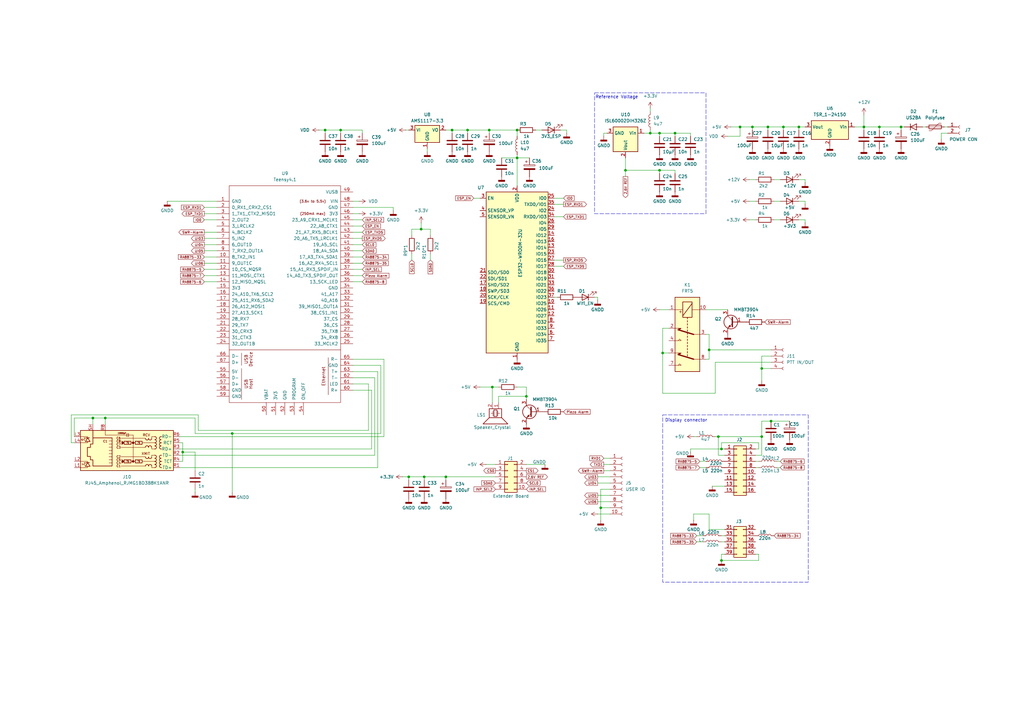
<source format=kicad_sch>
(kicad_sch (version 20250114) (generator "eeschema") (generator_version "9.0")
  (paper "A3")
  (title_block (rev "3.4"))
  (lib_symbols
    (symbol "Conn_02x05_Odd_Even_1" (pin_names (offset 1.016) (hide yes))
      (property "Reference" "J3" (at 1.27 11.43 0))
      (property "Value" "Conn_02x05_Odd_Even" (at 1.27 8.89 0))
      (symbol "Conn_02x05_Odd_Even_1_1_1"
        (pin passive line (at -5.08 5.08 0) (length 3.81) (name "Pin_1") (number "31"))
        (pin passive line (at -5.08 2.54 0) (length 3.81) (name "Pin_3") (number "33"))
        (pin passive line (at -5.08 0 0) (length 3.81) (name "Pin_5") (number "35"))
        (pin passive line (at -5.08 -2.54 0) (length 3.81) (name "Pin_7") (number "37"))
        (pin passive line (at -5.08 -5.08 0) (length 3.81) (name "Pin_9") (number "39"))
        (pin passive line (at 7.62 5.08 180) (length 3.81) (name "Pin_2") (number "32"))
        (pin passive line (at 7.62 2.54 180) (length 3.81) (name "Pin_4") (number "34"))
        (pin passive line (at 7.62 0 180) (length 3.81) (name "Pin_6") (number "36"))
        (pin passive line (at 7.62 -2.54 180) (length 3.81) (name "Pin_8") (number "38"))
        (pin passive line (at 7.62 -5.08 180) (length 3.81) (name "Pin_10") (number "40"))
      )
    )
    (symbol "Connector:Conn_01x02_Socket" (pin_names (offset 1.016) (hide yes))
      (property "Reference" "J" (at 0 2.54 0))
      (property "Value" "Conn_01x02_Socket" (at 0 -5.08 0))
      (symbol "Conn_01x02_Socket_1_1"
        (pin passive line (at -5.08 0 0) (length 3.81) (name "Pin_1") (number "1"))
        (pin passive line (at -5.08 -2.54 0) (length 3.81) (name "Pin_2") (number "2"))
      )
    )
    (symbol "Connector:Conn_01x04_Socket" (pin_names (offset 1.016) (hide yes))
      (property "Reference" "J" (at 0 5.08 0))
      (property "Value" "Conn_01x04_Socket" (at 0 -7.62 0))
      (symbol "Conn_01x04_Socket_1_1"
        (pin passive line (at -5.08 2.54 0) (length 3.81) (name "Pin_1") (number "1"))
        (pin passive line (at -5.08 0 0) (length 3.81) (name "Pin_2") (number "2"))
        (pin passive line (at -5.08 -2.54 0) (length 3.81) (name "Pin_3") (number "3"))
        (pin passive line (at -5.08 -5.08 0) (length 3.81) (name "Pin_4") (number "4"))
      )
    )
    (symbol "Connector:Conn_01x10_Socket" (pin_names (offset 1.016) (hide yes))
      (property "Reference" "J" (at 0 12.7 0))
      (property "Value" "Conn_01x10_Socket" (at 0 -15.24 0))
      (symbol "Conn_01x10_Socket_1_1"
        (pin passive line (at -5.08 10.16 0) (length 3.81) (name "Pin_1") (number "1"))
        (pin passive line (at -5.08 7.62 0) (length 3.81) (name "Pin_2") (number "2"))
        (pin passive line (at -5.08 5.08 0) (length 3.81) (name "Pin_3") (number "3"))
        (pin passive line (at -5.08 2.54 0) (length 3.81) (name "Pin_4") (number "4"))
        (pin passive line (at -5.08 0 0) (length 3.81) (name "Pin_5") (number "5"))
        (pin passive line (at -5.08 -2.54 0) (length 3.81) (name "Pin_6") (number "6"))
        (pin passive line (at -5.08 -5.08 0) (length 3.81) (name "Pin_7") (number "7"))
        (pin passive line (at -5.08 -7.62 0) (length 3.81) (name "Pin_8") (number "8"))
        (pin passive line (at -5.08 -10.16 0) (length 3.81) (name "Pin_9") (number "9"))
        (pin passive line (at -5.08 -12.7 0) (length 3.81) (name "Pin_10") (number "10"))
      )
    )
    (symbol "Connector:RJ45_Amphenol_RJMG1BD3B8K1ANR"
      (property "Reference" "J" (at 18.415 10.16 0))
      (property "Value" "RJ45_Amphenol_RJMG1BD3B8K1ANR" (at -19.05 10.16 0))
      (symbol "RJ45_Amphenol_RJMG1BD3B8K1ANR_0_0"
        (text "XMIT" (at -8.255 1.905 0) (effects (font (size 1.016 1.016)) (justify left)))
        (text "RCV" (at -8.255 -5.715 0) (effects (font (size 1.016 1.016)) (justify left)))
        (text "C1" (at 4.699 6.985 0) (effects (font (size 0.889 0.889))))
        (text "C4" (at 4.699 5.715 0) (effects (font (size 0.889 0.889))))
        (text "C5" (at 4.699 4.445 0) (effects (font (size 0.889 0.889))))
        (text "C2" (at 4.699 3.175 0) (effects (font (size 0.889 0.889))))
        (text "C3" (at 4.699 -0.635 0) (effects (font (size 0.889 0.889))))
        (text "C7" (at 4.699 -1.905 0) (effects (font (size 0.889 0.889))))
        (text "C8" (at 4.699 -3.175 0) (effects (font (size 0.889 0.889))))
        (text "C6" (at 4.699 -4.445 0) (effects (font (size 0.889 0.889))))
        (text "C1" (at 10.16 -3.175 0) (effects (font (size 0.889 0.889))))
      )
      (symbol "RJ45_Amphenol_RJMG1BD3B8K1ANR_1_0"
        (text "1000pF" (at 3.302 -6.477 0) (effects (font (size 0.635 0.635))))
      )
      (symbol "RJ45_Amphenol_RJMG1BD3B8K1ANR_1_1"
        (text "75" (at -3.556 5.08 0) (effects (font (size 0.635 0.635))))
        (text "75" (at -3.556 -2.54 0) (effects (font (size 0.635 0.635))))
        (text "75" (at 1.016 5.08 0) (effects (font (size 0.635 0.635))))
        (text "75" (at 1.016 -2.54 0) (effects (font (size 0.635 0.635))))
        (text "Y" (at 19.558 6.35 0) (effects (font (size 0.635 0.635))))
        (text "G" (at 19.685 -3.81 0) (effects (font (size 0.635 0.635))))
        (pin passive line (at -20.32 7.62 0) (length 2.54) (name "TD+") (number "R1"))
        (pin passive line (at -20.32 5.08 0) (length 2.54) (name "TCT") (number "R4"))
        (pin passive line (at -20.32 2.54 0) (length 2.54) (name "TD-") (number "R2"))
        (pin passive line (at -20.32 0 0) (length 2.54) (name "RD+") (number "R3"))
        (pin passive line (at -20.32 -2.54 0) (length 2.54) (name "RCT") (number "R5"))
        (pin passive line (at -20.32 -5.08 0) (length 2.54) (name "RD-") (number "R6"))
        (pin power_in line (at 10.16 -10.16 90) (length 2.54) (name "") (number "R8"))
        (pin passive line (at 15.24 -10.16 90) (length 2.54) (name "") (number "SH"))
        (pin no_connect line (at 20.32 0 0) (length 0) (hide yes) (name "NC") (number "R7"))
        (pin passive line (at 22.86 7.62 180) (length 2.54) (name "") (number "L1"))
        (pin passive line (at 22.86 5.08 180) (length 2.54) (name "") (number "L2"))
        (pin passive line (at 22.86 -2.54 180) (length 2.54) (name "") (number "L4"))
        (pin passive line (at 22.86 -5.08 180) (length 2.54) (name "") (number "L3"))
      )
    )
    (symbol "Connector_Generic:Conn_02x05_Odd_Even" (pin_names (offset 1.016) (hide yes))
      (property "Reference" "J" (at 1.27 7.62 0))
      (property "Value" "Conn_02x05_Odd_Even" (at 1.27 -7.62 0))
      (symbol "Conn_02x05_Odd_Even_1_1"
        (pin passive line (at -5.08 5.08 0) (length 3.81) (name "Pin_1") (number "1"))
        (pin passive line (at -5.08 2.54 0) (length 3.81) (name "Pin_3") (number "3"))
        (pin passive line (at -5.08 0 0) (length 3.81) (name "Pin_5") (number "5"))
        (pin passive line (at -5.08 -2.54 0) (length 3.81) (name "Pin_7") (number "7"))
        (pin passive line (at -5.08 -5.08 0) (length 3.81) (name "Pin_9") (number "9"))
        (pin passive line (at 7.62 5.08 180) (length 3.81) (name "Pin_2") (number "2"))
        (pin passive line (at 7.62 2.54 180) (length 3.81) (name "Pin_4") (number "4"))
        (pin passive line (at 7.62 0 180) (length 3.81) (name "Pin_6") (number "6"))
        (pin passive line (at 7.62 -2.54 180) (length 3.81) (name "Pin_8") (number "8"))
        (pin passive line (at 7.62 -5.08 180) (length 3.81) (name "Pin_10") (number "10"))
      )
    )
    (symbol "Connector_Generic:Conn_02x08_Odd_Even" (pin_names (offset 1.016) (hide yes))
      (property "Reference" "J" (at 1.27 10.16 0))
      (property "Value" "Conn_02x08_Odd_Even" (at 1.27 -12.7 0))
      (symbol "Conn_02x08_Odd_Even_1_1"
        (pin passive line (at -5.08 7.62 0) (length 3.81) (name "Pin_1") (number "1"))
        (pin passive line (at -5.08 5.08 0) (length 3.81) (name "Pin_3") (number "3"))
        (pin passive line (at -5.08 2.54 0) (length 3.81) (name "Pin_5") (number "5"))
        (pin passive line (at -5.08 0 0) (length 3.81) (name "Pin_7") (number "7"))
        (pin passive line (at -5.08 -2.54 0) (length 3.81) (name "Pin_9") (number "9"))
        (pin passive line (at -5.08 -5.08 0) (length 3.81) (name "Pin_11") (number "11"))
        (pin passive line (at -5.08 -7.62 0) (length 3.81) (name "Pin_13") (number "13"))
        (pin passive line (at -5.08 -10.16 0) (length 3.81) (name "Pin_15") (number "15"))
        (pin passive line (at 7.62 7.62 180) (length 3.81) (name "Pin_2") (number "2"))
        (pin passive line (at 7.62 5.08 180) (length 3.81) (name "Pin_4") (number "4"))
        (pin passive line (at 7.62 2.54 180) (length 3.81) (name "Pin_6") (number "6"))
        (pin passive line (at 7.62 0 180) (length 3.81) (name "Pin_8") (number "8"))
        (pin passive line (at 7.62 -2.54 180) (length 3.81) (name "Pin_10") (number "10"))
        (pin passive line (at 7.62 -5.08 180) (length 3.81) (name "Pin_12") (number "12"))
        (pin passive line (at 7.62 -7.62 180) (length 3.81) (name "Pin_14") (number "14"))
        (pin passive line (at 7.62 -10.16 180) (length 3.81) (name "Pin_16") (number "16"))
      )
    )
    (symbol "Device:C" (pin_numbers (hide yes)) (pin_names (offset 0.254))
      (property "Reference" "C" (at 0.635 2.54 0))
      (property "Value" "C" (at 0.635 -2.54 0))
      (symbol "C_1_1"
        (pin passive line (at 0 3.81 270) (length 2.794) (name "~") (number "1"))
        (pin passive line (at 0 -3.81 90) (length 2.794) (name "~") (number "2"))
      )
    )
    (symbol "Device:C_Polarized" (pin_numbers (hide yes)) (pin_names (offset 0.254))
      (property "Reference" "C" (at 0.635 2.54 0))
      (property "Value" "C_Polarized" (at 0.635 -2.54 0))
      (symbol "C_Polarized_1_1"
        (pin passive line (at 0 3.81 270) (length 2.794) (name "~") (number "1"))
        (pin passive line (at 0 -3.81 90) (length 2.794) (name "~") (number "2"))
      )
    )
    (symbol "Device:L" (pin_numbers (hide yes)) (pin_names (offset 1.016) (hide yes))
      (property "Reference" "L" (at -1.27 0 90))
      (property "Value" "L" (at 1.905 0 90))
      (symbol "L_1_1"
        (pin passive line (at 0 3.81 270) (length 1.27) (name "1") (number "1"))
        (pin passive line (at 0 -3.81 90) (length 1.27) (name "2") (number "2"))
      )
    )
    (symbol "Device:LED" (pin_numbers (hide yes)) (pin_names (offset 1.016) (hide yes))
      (property "Reference" "D" (at 0 2.54 0))
      (property "Value" "LED" (at 0 -2.54 0))
      (symbol "LED_1_1"
        (pin passive line (at -3.81 0 0) (length 2.54) (name "K") (number "1"))
        (pin passive line (at 3.81 0 180) (length 2.54) (name "A") (number "2"))
      )
    )
    (symbol "Device:Polyfuse" (pin_numbers (hide yes)) (pin_names (offset 0))
      (property "Reference" "F" (at -2.54 0 90))
      (property "Value" "Polyfuse" (at 2.54 0 90))
      (symbol "Polyfuse_1_1"
        (pin passive line (at 0 3.81 270) (length 1.27) (name "~") (number "1"))
        (pin passive line (at 0 -3.81 90) (length 1.27) (name "~") (number "2"))
      )
    )
    (symbol "Device:Speaker_Crystal" (pin_names (offset 0) (hide yes))
      (property "Reference" "LS" (at 0.635 5.715 0))
      (property "Value" "Speaker_Crystal" (at 0.635 3.81 0))
      (symbol "Speaker_Crystal_1_1"
        (pin input line (at -5.08 0 0) (length 2.54) (name "1") (number "1"))
        (pin input line (at -5.08 -2.54 0) (length 2.54) (name "2") (number "2"))
      )
    )
    (symbol "Diode:US2BA" (pin_numbers (hide yes)) (pin_names (hide yes))
      (property "Reference" "D" (at 0 2.54 0))
      (property "Value" "US2BA" (at 0 -2.54 0))
      (symbol "US2BA_1_1"
        (pin passive line (at -3.81 0 0) (length 2.54) (name "K") (number "1"))
        (pin passive line (at 3.81 0 180) (length 2.54) (name "A") (number "2"))
      )
    )
    (symbol "RF_Module:ESP32-WROOM-32"
      (property "Reference" "U" (at -12.7 34.29 0))
      (property "Value" "ESP32-WROOM-32" (at 1.27 34.29 0))
      (symbol "ESP32-WROOM-32_1_1"
        (pin input line (at -15.24 30.48 0) (length 2.54) (name "EN") (number "3"))
        (pin input line (at -15.24 25.4 0) (length 2.54) (name "SENSOR_VP") (number "4"))
        (pin input line (at -15.24 22.86 0) (length 2.54) (name "SENSOR_VN") (number "5"))
        (pin bidirectional line (at -15.24 0 0) (length 2.54) (name "SDO/SD0") (number "21"))
        (pin bidirectional line (at -15.24 -2.54 0) (length 2.54) (name "SDI/SD1") (number "22"))
        (pin bidirectional line (at -15.24 -5.08 0) (length 2.54) (name "SHD/SD2") (number "17"))
        (pin bidirectional line (at -15.24 -7.62 0) (length 2.54) (name "SWP/SD3") (number "18"))
        (pin bidirectional line (at -15.24 -10.16 0) (length 2.54) (name "SCK/CLK") (number "20"))
        (pin bidirectional line (at -15.24 -12.7 0) (length 2.54) (name "SCS/CMD") (number "19"))
        (pin no_connect line (at -12.7 -27.94 0) (length 2.54) (hide yes) (name "NC") (number "32"))
        (pin power_in line (at 0 35.56 270) (length 2.54) (name "VDD") (number "2"))
        (pin power_in line (at 0 -35.56 90) (length 2.54) (name "GND") (number "1"))
        (pin passive line (at 0 -35.56 90) (length 2.54) (hide yes) (name "GND") (number "15"))
        (pin passive line (at 0 -35.56 90) (length 2.54) (hide yes) (name "GND") (number "38"))
        (pin passive line (at 0 -35.56 90) (length 2.54) (hide yes) (name "GND") (number "39"))
        (pin bidirectional line (at 15.24 30.48 180) (length 2.54) (name "IO0") (number "25"))
        (pin bidirectional line (at 15.24 27.94 180) (length 2.54) (name "TXD0/IO1") (number "35"))
        (pin bidirectional line (at 15.24 25.4 180) (length 2.54) (name "IO2") (number "24"))
        (pin bidirectional line (at 15.24 22.86 180) (length 2.54) (name "RXD0/IO3") (number "34"))
        (pin bidirectional line (at 15.24 20.32 180) (length 2.54) (name "IO4") (number "26"))
        (pin bidirectional line (at 15.24 17.78 180) (length 2.54) (name "IO5") (number "29"))
        (pin bidirectional line (at 15.24 15.24 180) (length 2.54) (name "IO12") (number "14"))
        (pin bidirectional line (at 15.24 12.7 180) (length 2.54) (name "IO13") (number "16"))
        (pin bidirectional line (at 15.24 10.16 180) (length 2.54) (name "IO14") (number "13"))
        (pin bidirectional line (at 15.24 7.62 180) (length 2.54) (name "IO15") (number "23"))
        (pin bidirectional line (at 15.24 5.08 180) (length 2.54) (name "IO16") (number "27"))
        (pin bidirectional line (at 15.24 2.54 180) (length 2.54) (name "IO17") (number "28"))
        (pin bidirectional line (at 15.24 0 180) (length 2.54) (name "IO18") (number "30"))
        (pin bidirectional line (at 15.24 -2.54 180) (length 2.54) (name "IO19") (number "31"))
        (pin bidirectional line (at 15.24 -5.08 180) (length 2.54) (name "IO21") (number "33"))
        (pin bidirectional line (at 15.24 -7.62 180) (length 2.54) (name "IO22") (number "36"))
        (pin bidirectional line (at 15.24 -10.16 180) (length 2.54) (name "IO23") (number "37"))
        (pin bidirectional line (at 15.24 -12.7 180) (length 2.54) (name "IO25") (number "10"))
        (pin bidirectional line (at 15.24 -15.24 180) (length 2.54) (name "IO26") (number "11"))
        (pin bidirectional line (at 15.24 -17.78 180) (length 2.54) (name "IO27") (number "12"))
        (pin bidirectional line (at 15.24 -20.32 180) (length 2.54) (name "IO32") (number "8"))
        (pin bidirectional line (at 15.24 -22.86 180) (length 2.54) (name "IO33") (number "9"))
        (pin input line (at 15.24 -25.4 180) (length 2.54) (name "IO34") (number "6"))
        (pin input line (at 15.24 -27.94 180) (length 2.54) (name "IO35") (number "7"))
      )
    )
    (symbol "Reference_Voltage:ISL21070CIH325Z-TK"
      (property "Reference" "U" (at -0.635 8.255 0))
      (property "Value" "ISL21070CIH325Z-TK" (at -1.905 6.35 0))
      (symbol "ISL21070CIH325Z-TK_1_1"
        (pin power_in line (at -2.54 7.62 270) (length 2.54) (name "Vin") (number "1"))
        (pin power_in line (at -2.54 -7.62 90) (length 2.54) (name "GND") (number "3"))
        (pin power_out line (at 7.62 0 180) (length 2.54) (name "Vout") (number "2"))
      )
    )
    (symbol "Regulator_Linear:AMS1117-3.3"
      (property "Reference" "U" (at -3.81 3.175 0))
      (property "Value" "AMS1117-3.3" (at 0 3.175 0))
      (symbol "AMS1117-3.3_1_1"
        (pin power_in line (at -7.62 0 0) (length 2.54) (name "VI") (number "3"))
        (pin power_in line (at 0 -7.62 90) (length 2.54) (name "GND") (number "1"))
        (pin power_out line (at 7.62 0 180) (length 2.54) (name "VO") (number "2"))
      )
    )
    (symbol "Regulator_Switching:TSR_1-24150"
      (property "Reference" "U" (at -7.62 6.35 0))
      (property "Value" "TSR_1-24150" (at -1.27 6.35 0))
      (symbol "TSR_1-24150_1_1"
        (pin power_in line (at -10.16 2.54 0) (length 2.54) (name "Vin") (number "1"))
        (pin power_in line (at 0 -5.08 90) (length 2.54) (name "GND") (number "2"))
        (pin power_out line (at 10.16 2.54 180) (length 2.54) (name "Vout") (number "3"))
      )
    )
    (symbol "Relay:FRT5"
      (property "Reference" "K" (at 16.51 3.81 0))
      (property "Value" "FRT5" (at 16.51 1.27 0))
      (symbol "FRT5_0_0"
        (text "+" (at -9.271 2.921 0) (effects (font (size 1.27 1.27))))
      )
      (symbol "FRT5_1_1"
        (pin passive line (at -10.16 7.62 270) (length 2.54) (name "~") (number "1"))
        (pin passive line (at -10.16 -7.62 90) (length 2.54) (name "~") (number "10"))
        (pin passive line (at -2.54 7.62 270) (length 2.54) (name "~") (number "2"))
        (pin passive line (at 0 -7.62 90) (length 2.54) (name "~") (number "3"))
        (pin passive line (at 2.54 7.62 270) (length 2.54) (name "~") (number "4"))
        (pin passive line (at 7.62 7.62 270) (length 2.54) (name "~") (number "9"))
        (pin passive line (at 10.16 -7.62 90) (length 2.54) (name "~") (number "8"))
        (pin passive line (at 12.7 7.62 270) (length 2.54) (name "~") (number "7"))
      )
    )
    (symbol "Transistor_BJT:MMBT3904" (pin_names (offset 0) (hide yes))
      (property "Reference" "Q" (at 5.08 1.905 0))
      (property "Value" "MMBT3904" (at 5.08 0 0))
      (symbol "MMBT3904_1_1"
        (pin input line (at -5.08 0 0) (length 5.715) (name "B") (number "1"))
        (pin passive line (at 2.54 5.08 270) (length 2.54) (name "C") (number "3"))
        (pin passive line (at 2.54 -5.08 90) (length 2.54) (name "E") (number "2"))
      )
    )
    (symbol "dual_rotary_encoder_switch:R" (pin_numbers (hide yes)) (pin_names (offset 0))
      (property "Reference" "R" (at 2.032 0 90))
      (property "Value" "R" (at 0 0 90))
      (symbol "R_1_1"
        (pin passive line (at 0 3.81 270) (length 1.27) (name "~") (number "1"))
        (pin passive line (at 0 -3.81 90) (length 1.27) (name "~") (number "2"))
      )
    )
    (symbol "power:+12V" (power) (pin_numbers (hide yes)) (pin_names (offset 0) (hide yes))
      (property "Value" "+12V" (at 0 3.556 0))
      (symbol "+12V_1_1"
        (pin power_in line (at 0 0 90) (length 0) (name "~") (number "1"))
      )
    )
    (symbol "power:+3.3V" (power) (pin_numbers (hide yes)) (pin_names (offset 0) (hide yes))
      (property "Value" "+3.3V" (at 0 3.556 0))
      (symbol "+3.3V_1_1"
        (pin power_in line (at 0 0 90) (length 0) (name "~") (number "1"))
      )
    )
    (symbol "power:+5V" (power) (pin_numbers (hide yes)) (pin_names (offset 0) (hide yes))
      (property "Value" "+5V" (at 0 3.556 0))
      (symbol "+5V_1_1"
        (pin power_in line (at 0 0 90) (length 0) (name "~") (number "1"))
      )
    )
    (symbol "power:GNDD" (power) (pin_numbers (hide yes)) (pin_names (offset 0) (hide yes))
      (property "Value" "GNDD" (at 0 -3.175 0))
      (symbol "GNDD_1_1"
        (pin power_in line (at 0 0 270) (length 0) (name "~") (number "1"))
      )
    )
    (symbol "power:VDD" (power) (pin_numbers (hide yes)) (pin_names (offset 0) (hide yes))
      (property "Value" "VDD" (at 0 3.556 0))
      (symbol "VDD_1_1"
        (pin power_in line (at 0 0 90) (length 0) (name "~") (number "1"))
      )
    )
    (symbol "teensy:Teensy4.1" (pin_names (offset 1.016))
      (property "Reference" "U" (at 0 64.77 0))
      (property "Value" "Teensy4.1" (at 0 62.23 0))
      (symbol "Teensy4.1_0_0"
        (text "USB" (at -15.875 -10.16 900) (effects (font (size 1.27 1.27))))
        (text "USB" (at -15.875 -20.32 900) (effects (font (size 1.27 1.27))))
        (text "Device" (at -13.97 -10.16 900) (effects (font (size 1.27 1.27))))
        (text "Host" (at -13.97 -20.32 900) (effects (font (size 1.27 1.27))))
        (text "(3.6v to 5.5v)" (at 11.43 54.61 0) (effects (font (size 1.016 1.016))))
        (text "(250mA max)" (at 11.43 49.53 0) (effects (font (size 1.016 1.016))))
        (text "Ethernet" (at 15.875 -17.145 900) (effects (font (size 1.27 1.27))))
        (pin bidirectional line (at -27.94 44.45 0) (length 5.08) (name "3_LRCLK2") (number "5"))
        (pin bidirectional line (at -27.94 41.91 0) (length 5.08) (name "4_BCLK2") (number "6"))
        (pin bidirectional line (at -27.94 39.37 0) (length 5.08) (name "5_IN2") (number "7"))
        (pin bidirectional line (at -27.94 36.83 0) (length 5.08) (name "6_OUT1D") (number "8"))
        (pin bidirectional line (at -27.94 34.29 0) (length 5.08) (name "7_RX2_OUT1A") (number "9"))
        (pin bidirectional line (at -27.94 31.75 0) (length 5.08) (name "8_TX2_IN1") (number "10"))
        (pin bidirectional line (at -27.94 29.21 0) (length 5.08) (name "9_OUT1C") (number "11"))
        (pin bidirectional line (at -27.94 26.67 0) (length 5.08) (name "10_CS_MQSR") (number "12"))
        (pin bidirectional line (at -27.94 24.13 0) (length 5.08) (name "11_MOSI_CTX1") (number "13"))
        (pin bidirectional line (at -27.94 21.59 0) (length 5.08) (name "12_MISO_MQSL") (number "14"))
        (pin power_in line (at -27.94 19.05 0) (length 5.08) (name "3V3") (number "15"))
        (pin bidirectional line (at -27.94 16.51 0) (length 5.08) (name "24_A10_TX6_SCL2") (number "16"))
        (pin bidirectional line (at -27.94 13.97 0) (length 5.08) (name "25_A11_RX6_SDA2") (number "17"))
        (pin bidirectional line (at -27.94 11.43 0) (length 5.08) (name "26_A12_MOSI1") (number "18"))
        (pin bidirectional line (at -27.94 8.89 0) (length 5.08) (name "27_A13_SCK1") (number "19"))
        (pin bidirectional line (at -27.94 6.35 0) (length 5.08) (name "28_RX7") (number "20"))
        (pin bidirectional line (at -27.94 3.81 0) (length 5.08) (name "29_TX7") (number "21"))
        (pin bidirectional line (at -27.94 1.27 0) (length 5.08) (name "30_CRX3") (number "22"))
        (pin bidirectional line (at -27.94 -1.27 0) (length 5.08) (name "31_CTX3") (number "23"))
        (pin bidirectional line (at -27.94 -3.81 0) (length 5.08) (name "32_OUT1B") (number "24"))
        (pin bidirectional line (at -27.94 -8.89 0) (length 5.08) (name "D-") (number "66"))
        (pin bidirectional line (at -27.94 -11.43 0) (length 5.08) (name "D+") (number "67"))
        (pin power_out line (at -27.94 -15.24 0) (length 5.08) (name "5V") (number "55"))
        (pin bidirectional line (at -27.94 -17.78 0) (length 5.08) (name "D-") (number "56"))
        (pin bidirectional line (at -27.94 -20.32 0) (length 5.08) (name "D+") (number "57"))
        (pin power_in line (at -27.94 -22.86 0) (length 5.08) (name "GND") (number "58"))
        (pin power_in line (at -27.94 -25.4 0) (length 5.08) (name "GND") (number "59"))
        (pin power_in line (at -7.62 -33.02 90) (length 5.08) (name "VBAT") (number "50"))
        (pin power_in line (at -3.81 -33.02 90) (length 5.08) (name "3V3") (number "51"))
        (pin input line (at 0 -33.02 90) (length 5.08) (name "GND") (number "52"))
        (pin input line (at 3.81 -33.02 90) (length 5.08) (name "PROGRAM") (number "53"))
        (pin input line (at 7.62 -33.02 90) (length 5.08) (name "ON_OFF") (number "54"))
        (pin power_out line (at 27.94 58.42 180) (length 5.08) (name "VUSB") (number "49"))
        (pin power_in line (at 27.94 54.61 180) (length 5.08) (name "VIN") (number "48"))
        (pin output line (at 27.94 52.07 180) (length 5.08) (name "GND") (number "47"))
        (pin output line (at 27.94 49.53 180) (length 5.08) (name "3V3") (number "46"))
        (pin bidirectional line (at 27.94 46.99 180) (length 5.08) (name "23_A9_CRX1_MCLK1") (number "45"))
        (pin bidirectional line (at 27.94 44.45 180) (length 5.08) (name "22_A8_CTX1") (number "44"))
        (pin bidirectional line (at 27.94 41.91 180) (length 5.08) (name "21_A7_RX5_BCLK1") (number "43"))
        (pin bidirectional line (at 27.94 39.37 180) (length 5.08) (name "20_A6_TX5_LRCLK1") (number "42"))
        (pin bidirectional line (at 27.94 36.83 180) (length 5.08) (name "19_A5_SCL") (number "41"))
        (pin bidirectional line (at 27.94 34.29 180) (length 5.08) (name "18_A4_SDA") (number "40"))
        (pin bidirectional line (at 27.94 31.75 180) (length 5.08) (name "17_A3_TX4_SDA1") (number "39"))
        (pin bidirectional line (at 27.94 29.21 180) (length 5.08) (name "16_A2_RX4_SCL1") (number "38"))
        (pin bidirectional line (at 27.94 26.67 180) (length 5.08) (name "15_A1_RX3_SPDIF_IN") (number "37"))
        (pin bidirectional line (at 27.94 24.13 180) (length 5.08) (name "14_A0_TX3_SPDIF_OUT") (number "36"))
        (pin bidirectional line (at 27.94 21.59 180) (length 5.08) (name "13_SCK_LED") (number "35"))
        (pin bidirectional line (at 27.94 16.51 180) (length 5.08) (name "41_A17") (number "33"))
        (pin bidirectional line (at 27.94 13.97 180) (length 5.08) (name "40_A16") (number "32"))
        (pin bidirectional line (at 27.94 11.43 180) (length 5.08) (name "39_MISO1_OUT1A") (number "31"))
        (pin bidirectional line (at 27.94 8.89 180) (length 5.08) (name "38_CS1_IN1") (number "30"))
        (pin bidirectional line (at 27.94 6.35 180) (length 5.08) (name "37_CS") (number "29"))
        (pin bidirectional line (at 27.94 3.81 180) (length 5.08) (name "36_CS") (number "28"))
        (pin bidirectional line (at 27.94 1.27 180) (length 5.08) (name "35_TX8") (number "27"))
        (pin bidirectional line (at 27.94 -1.27 180) (length 5.08) (name "34_RX8") (number "26"))
        (pin bidirectional line (at 27.94 -3.81 180) (length 5.08) (name "33_MCLK2") (number "25"))
        (pin bidirectional line (at 27.94 -10.16 180) (length 5.08) (name "R-") (number "65"))
        (pin power_in line (at 27.94 -12.7 180) (length 5.08) (name "GND") (number "64"))
        (pin bidirectional line (at 27.94 -15.24 180) (length 5.08) (name "T+") (number "63"))
        (pin bidirectional line (at 27.94 -17.78 180) (length 5.08) (name "T-") (number "62"))
        (pin bidirectional line (at 27.94 -20.32 180) (length 5.08) (name "LED") (number "61"))
        (pin bidirectional line (at 27.94 -22.86 180) (length 5.08) (name "R+") (number "60"))
      )
      (symbol "Teensy4.1_1_1"
        (pin power_in line (at -27.94 54.61 0) (length 5.08) (name "GND") (number "1"))
        (pin bidirectional line (at -27.94 52.07 0) (length 5.08) (name "0_RX1_CRX2_CS1") (number "2"))
        (pin bidirectional line (at -27.94 49.53 0) (length 5.08) (name "1_TX1_CTX2_MISO1") (number "3"))
        (pin bidirectional line (at -27.94 46.99 0) (length 5.08) (name "2_OUT2") (number "4"))
        (pin power_in line (at 27.94 19.05 180) (length 5.08) (name "GND") (number "34"))
      )
    )
  )
  (rectangle (start 271.78 170.18) (end 331.47 238.76) (stroke (width 0) (type dash)))
  (rectangle (start 243.84 38.1) (end 289.56 87.63) (stroke (width 0) (type dash)))
  (text "Display connector" (at 281.432 172.466 0) (effects (font (size 1.27 1.27))))
  (text "Reference Voltage" (at 252.984 39.878 0) (effects (font (size 1.27 1.27))))
  (junction (at 295.91 229.87))
  (junction (at 191.77 53.34))
  (junction (at 321.31 52.07))
  (junction (at 294.64 179.07))
  (junction (at 316.23 172.72))
  (junction (at 270.51 69.85))
  (junction (at 182.88 195.58))
  (junction (at 312.42 179.07))
  (junction (at 74.93 185.42))
  (junction (at 290.83 143.51))
  (junction (at 38.1 171.45))
  (junction (at 200.66 53.34))
  (junction (at 266.7 54.61))
  (junction (at 360.68 52.07))
  (junction (at 314.96 52.07))
  (junction (at 295.91 184.15))
  (junction (at 201.93 158.75))
  (junction (at 246.38 208.28))
  (junction (at 369.57 52.07))
  (junction (at 212.09 53.34))
  (junction (at 327.66 52.07))
  (junction (at 212.09 64.77))
  (junction (at 95.25 177.8))
  (junction (at 172.72 93.98))
  (junction (at 308.61 52.07))
  (junction (at 271.78 144.78))
  (junction (at 256.54 69.85))
  (junction (at 354.33 52.07))
  (junction (at 312.42 151.13))
  (junction (at 133.35 53.34))
  (junction (at 215.9 162.56))
  (junction (at 270.51 54.61))
  (junction (at 139.7 53.34))
  (junction (at 276.86 54.61))
  (junction (at 173.99 195.58))
  (junction (at 167.64 195.58))
  (junction (at 303.53 52.07))
  (junction (at 185.42 53.34))
  (junction (at 43.18 171.45))
  (wire (pts (xy 212.09 158.75) (xy 215.9 158.75)))
  (wire (pts (xy 246.38 200.66) (xy 246.38 208.28)))
  (wire (pts (xy 270.51 69.85) (xy 276.86 69.85)))
  (wire (pts (xy 243.84 121.92) (xy 245.11 121.92)))
  (wire (pts (xy 227.33 121.92) (xy 228.6 121.92)))
  (wire (pts (xy 43.18 171.45) (xy 80.01 171.45)))
  (wire (pts (xy 245.11 205.74) (xy 250.19 205.74)))
  (wire (pts (xy 156.21 177.8) (xy 95.25 177.8)))
  (wire (pts (xy 144.78 87.63) (xy 147.32 87.63)))
  (wire (pts (xy 227.33 106.68) (xy 231.14 106.68)))
  (wire (pts (xy 303.53 55.88) (xy 303.53 52.07)))
  (wire (pts (xy 386.08 54.61) (xy 386.08 57.15)))
  (wire (pts (xy 148.59 110.49) (xy 144.78 110.49)))
  (wire (pts (xy 247.65 54.61) (xy 247.65 55.88)))
  (wire (pts (xy 139.7 53.34) (xy 139.7 54.61)))
  (wire (pts (xy 293.37 148.59) (xy 293.37 161.29)))
  (wire (pts (xy 256.54 64.77) (xy 256.54 69.85)))
  (wire (pts (xy 307.34 90.17) (xy 309.88 90.17)))
  (wire (pts (xy 295.91 229.87) (xy 311.15 229.87)))
  (wire (pts (xy 321.31 52.07) (xy 321.31 53.34)))
  (wire (pts (xy 330.2 73.66) (xy 330.2 74.93)))
  (wire (pts (xy 166.37 53.34) (xy 167.64 53.34)))
  (wire (pts (xy 152.4 160.02) (xy 152.4 184.15)))
  (wire (pts (xy 74.93 185.42) (xy 74.93 181.61)))
  (wire (pts (xy 312.42 146.05) (xy 312.42 151.13)))
  (wire (pts (xy 318.77 189.23) (xy 320.04 189.23)))
  (wire (pts (xy 354.33 52.07) (xy 360.68 52.07)))
  (wire (pts (xy 148.59 102.87) (xy 144.78 102.87)))
  (wire (pts (xy 83.82 87.63) (xy 88.9 87.63)))
  (wire (pts (xy 83.82 90.17) (xy 88.9 90.17)))
  (wire (pts (xy 369.57 52.07) (xy 369.57 53.34)))
  (wire (pts (xy 212.09 64.77) (xy 212.09 76.2)))
  (wire (pts (xy 298.45 55.88) (xy 303.53 55.88)))
  (wire (pts (xy 290.83 147.32) (xy 290.83 143.51)))
  (wire (pts (xy 290.83 143.51) (xy 316.23 143.51)))
  (wire (pts (xy 327.66 90.17) (xy 330.2 90.17)))
  (wire (pts (xy 148.59 115.57) (xy 144.78 115.57)))
  (wire (pts (xy 73.66 186.69) (xy 153.67 186.69)))
  (wire (pts (xy 312.42 179.07) (xy 312.42 172.72)))
  (wire (pts (xy 295.91 227.33) (xy 295.91 229.87)))
  (wire (pts (xy 148.59 100.33) (xy 144.78 100.33)))
  (wire (pts (xy 289.56 137.16) (xy 290.83 137.16)))
  (wire (pts (xy 293.37 179.07) (xy 294.64 179.07)))
  (wire (pts (xy 354.33 46.99) (xy 354.33 52.07)))
  (wire (pts (xy 43.18 173.99) (xy 43.18 171.45)))
  (wire (pts (xy 173.99 195.58) (xy 173.99 196.85)))
  (wire (pts (xy 95.25 177.8) (xy 80.01 177.8)))
  (wire (pts (xy 271.78 161.29) (xy 293.37 161.29)))
  (wire (pts (xy 148.59 53.34) (xy 148.59 54.61)))
  (wire (pts (xy 330.2 52.07) (xy 327.66 52.07)))
  (wire (pts (xy 83.82 107.95) (xy 88.9 107.95)))
  (wire (pts (xy 167.64 195.58) (xy 173.99 195.58)))
  (wire (pts (xy 245.11 195.58) (xy 250.19 195.58)))
  (wire (pts (xy 246.38 208.28) (xy 246.38 213.36)))
  (wire (pts (xy 38.1 171.45) (xy 30.48 171.45)))
  (wire (pts (xy 83.82 105.41) (xy 88.9 105.41)))
  (wire (pts (xy 157.48 147.32) (xy 144.78 147.32)))
  (wire (pts (xy 30.48 181.61) (xy 29.21 181.61)))
  (wire (pts (xy 83.82 113.03) (xy 88.9 113.03)))
  (wire (pts (xy 144.78 149.86) (xy 156.21 149.86)))
  (wire (pts (xy 157.48 179.07) (xy 157.48 147.32)))
  (wire (pts (xy 144.78 95.25) (xy 148.59 95.25)))
  (wire (pts (xy 289.56 127) (xy 298.45 127)))
  (wire (pts (xy 74.93 185.42) (xy 80.01 185.42)))
  (wire (pts (xy 227.33 81.28) (xy 231.14 81.28)))
  (wire (pts (xy 30.48 171.45) (xy 30.48 179.07)))
  (wire (pts (xy 156.21 149.86) (xy 156.21 177.8)))
  (wire (pts (xy 250.19 200.66) (xy 246.38 200.66)))
  (wire (pts (xy 74.93 189.23) (xy 74.93 185.42)))
  (wire (pts (xy 360.68 52.07) (xy 360.68 53.34)))
  (wire (pts (xy 182.88 195.58) (xy 182.88 196.85)))
  (wire (pts (xy 83.82 85.09) (xy 88.9 85.09)))
  (wire (pts (xy 248.92 54.61) (xy 247.65 54.61)))
  (wire (pts (xy 311.15 191.77) (xy 309.88 191.77)))
  (wire (pts (xy 144.78 82.55) (xy 147.32 82.55)))
  (wire (pts (xy 215.9 158.75) (xy 215.9 162.56)))
  (wire (pts (xy 229.87 53.34) (xy 232.41 53.34)))
  (wire (pts (xy 151.13 157.48) (xy 144.78 157.48)))
  (wire (pts (xy 330.2 90.17) (xy 330.2 91.44)))
  (wire (pts (xy 290.83 210.82) (xy 290.83 217.17)))
  (wire (pts (xy 327.66 73.66) (xy 330.2 73.66)))
  (wire (pts (xy 295.91 222.25) (xy 297.18 222.25)))
  (wire (pts (xy 245.11 198.12) (xy 250.19 198.12)))
  (wire (pts (xy 311.15 227.33) (xy 309.88 227.33)))
  (wire (pts (xy 308.61 52.07) (xy 308.61 53.34)))
  (wire (pts (xy 232.41 53.34) (xy 232.41 54.61)))
  (wire (pts (xy 83.82 102.87) (xy 88.9 102.87)))
  (wire (pts (xy 83.82 115.57) (xy 88.9 115.57)))
  (wire (pts (xy 165.1 195.58) (xy 167.64 195.58)))
  (wire (pts (xy 247.65 190.5) (xy 250.19 190.5)))
  (wire (pts (xy 182.88 53.34) (xy 185.42 53.34)))
  (wire (pts (xy 256.54 69.85) (xy 256.54 72.39)))
  (wire (pts (xy 270.51 127) (xy 274.32 127)))
  (wire (pts (xy 284.48 213.36) (xy 284.48 210.82)))
  (wire (pts (xy 212.09 63.5) (xy 212.09 64.77)))
  (wire (pts (xy 294.64 186.69) (xy 294.64 179.07)))
  (wire (pts (xy 144.78 97.79) (xy 148.59 97.79)))
  (wire (pts (xy 271.78 144.78) (xy 274.32 144.78)))
  (wire (pts (xy 264.16 54.61) (xy 266.7 54.61)))
  (wire (pts (xy 289.56 189.23) (xy 287.02 189.23)))
  (wire (pts (xy 144.78 113.03) (xy 148.59 113.03)))
  (wire (pts (xy 308.61 52.07) (xy 314.96 52.07)))
  (wire (pts (xy 83.82 97.79) (xy 88.9 97.79)))
  (wire (pts (xy 74.93 181.61) (xy 73.66 181.61)))
  (wire (pts (xy 38.1 171.45) (xy 38.1 173.99)))
  (wire (pts (xy 318.77 191.77) (xy 320.04 191.77)))
  (wire (pts (xy 289.56 191.77) (xy 287.02 191.77)))
  (wire (pts (xy 81.28 176.53) (xy 151.13 176.53)))
  (wire (pts (xy 227.33 83.82) (xy 231.14 83.82)))
  (wire (pts (xy 284.48 210.82) (xy 290.83 210.82)))
  (wire (pts (xy 270.51 54.61) (xy 276.86 54.61)))
  (wire (pts (xy 283.21 54.61) (xy 283.21 55.88)))
  (wire (pts (xy 270.51 54.61) (xy 270.51 55.88)))
  (wire (pts (xy 271.78 144.78) (xy 271.78 161.29)))
  (wire (pts (xy 133.35 53.34) (xy 133.35 54.61)))
  (wire (pts (xy 144.78 92.71) (xy 148.59 92.71)))
  (wire (pts (xy 172.72 93.98) (xy 168.91 93.98)))
  (wire (pts (xy 245.11 210.82) (xy 250.19 210.82)))
  (wire (pts (xy 196.85 158.75) (xy 201.93 158.75)))
  (wire (pts (xy 290.83 143.51) (xy 290.83 137.16)))
  (wire (pts (xy 151.13 176.53) (xy 151.13 157.48)))
  (wire (pts (xy 295.91 181.61) (xy 295.91 184.15)))
  (wire (pts (xy 266.7 54.61) (xy 270.51 54.61)))
  (wire (pts (xy 327.66 82.55) (xy 330.2 82.55)))
  (wire (pts (xy 327.66 52.07) (xy 327.66 53.34)))
  (wire (pts (xy 172.72 91.44) (xy 172.72 93.98)))
  (wire (pts (xy 276.86 54.61) (xy 283.21 54.61)))
  (wire (pts (xy 191.77 53.34) (xy 191.77 54.61)))
  (wire (pts (xy 276.86 54.61) (xy 276.86 55.88)))
  (wire (pts (xy 212.09 64.77) (xy 217.17 64.77)))
  (wire (pts (xy 311.15 184.15) (xy 309.88 184.15)))
  (wire (pts (xy 387.35 52.07) (xy 388.62 52.07)))
  (wire (pts (xy 175.26 62.23) (xy 175.26 60.96)))
  (wire (pts (xy 317.5 82.55) (xy 320.04 82.55)))
  (wire (pts (xy 133.35 53.34) (xy 139.7 53.34)))
  (wire (pts (xy 247.65 193.04) (xy 250.19 193.04)))
  (wire (pts (xy 245.11 203.2) (xy 250.19 203.2)))
  (wire (pts (xy 312.42 172.72) (xy 316.23 172.72)))
  (wire (pts (xy 153.67 186.69) (xy 153.67 154.94)))
  (wire (pts (xy 219.71 53.34) (xy 222.25 53.34)))
  (wire (pts (xy 148.59 105.41) (xy 144.78 105.41)))
  (wire (pts (xy 311.15 189.23) (xy 309.88 189.23)))
  (wire (pts (xy 80.01 200.66) (xy 80.01 201.93)))
  (wire (pts (xy 167.64 195.58) (xy 167.64 196.85)))
  (wire (pts (xy 307.34 73.66) (xy 309.88 73.66)))
  (wire (pts (xy 204.47 162.56) (xy 215.9 162.56)))
  (wire (pts (xy 144.78 152.4) (xy 154.94 152.4)))
  (wire (pts (xy 369.57 52.07) (xy 370.84 52.07)))
  (wire (pts (xy 201.93 158.75) (xy 201.93 165.1)))
  (wire (pts (xy 83.82 100.33) (xy 88.9 100.33)))
  (wire (pts (xy 152.4 184.15) (xy 73.66 184.15)))
  (wire (pts (xy 245.11 121.92) (xy 245.11 123.19)))
  (wire (pts (xy 307.34 82.55) (xy 309.88 82.55)))
  (wire (pts (xy 270.51 69.85) (xy 270.51 71.12)))
  (wire (pts (xy 215.9 190.5) (xy 223.52 190.5)))
  (wire (pts (xy 297.18 184.15) (xy 295.91 184.15)))
  (wire (pts (xy 283.21 184.15) (xy 295.91 184.15)))
  (wire (pts (xy 247.65 187.96) (xy 250.19 187.96)))
  (wire (pts (xy 295.91 181.61) (xy 311.15 181.61)))
  (wire (pts (xy 266.7 53.34) (xy 266.7 54.61)))
  (wire (pts (xy 154.94 191.77) (xy 73.66 191.77)))
  (wire (pts (xy 295.91 219.71) (xy 297.18 219.71)))
  (wire (pts (xy 176.53 96.52) (xy 176.53 93.98)))
  (wire (pts (xy 317.5 73.66) (xy 320.04 73.66)))
  (wire (pts (xy 80.01 185.42) (xy 80.01 193.04)))
  (wire (pts (xy 330.2 82.55) (xy 330.2 83.82)))
  (wire (pts (xy 350.52 52.07) (xy 354.33 52.07)))
  (wire (pts (xy 289.56 147.32) (xy 290.83 147.32)))
  (wire (pts (xy 200.66 53.34) (xy 212.09 53.34)))
  (wire (pts (xy 227.33 88.9) (xy 231.14 88.9)))
  (wire (pts (xy 148.59 107.95) (xy 144.78 107.95)))
  (wire (pts (xy 388.62 54.61) (xy 386.08 54.61)))
  (wire (pts (xy 314.96 52.07) (xy 321.31 52.07)))
  (wire (pts (xy 303.53 52.07) (xy 308.61 52.07)))
  (wire (pts (xy 311.15 229.87) (xy 311.15 227.33)))
  (wire (pts (xy 378.46 52.07) (xy 379.73 52.07)))
  (wire (pts (xy 312.42 151.13) (xy 312.42 156.21)))
  (wire (pts (xy 204.47 165.1) (xy 204.47 162.56)))
  (wire (pts (xy 205.74 64.77) (xy 212.09 64.77)))
  (wire (pts (xy 292.1 199.39) (xy 297.18 199.39)))
  (wire (pts (xy 154.94 152.4) (xy 154.94 191.77)))
  (wire (pts (xy 29.21 181.61) (xy 29.21 170.18)))
  (wire (pts (xy 161.29 85.09) (xy 161.29 86.36)))
  (wire (pts (xy 283.21 184.15) (xy 283.21 185.42)))
  (wire (pts (xy 246.38 208.28) (xy 250.19 208.28)))
  (wire (pts (xy 215.9 162.56) (xy 215.9 163.83)))
  (wire (pts (xy 182.88 195.58) (xy 203.2 195.58)))
  (wire (pts (xy 271.78 134.62) (xy 271.78 144.78)))
  (wire (pts (xy 316.23 146.05) (xy 312.42 146.05)))
  (wire (pts (xy 276.86 69.85) (xy 276.86 71.12)))
  (wire (pts (xy 212.09 53.34) (xy 212.09 55.88)))
  (wire (pts (xy 81.28 170.18) (xy 81.28 176.53)))
  (wire (pts (xy 95.25 177.8) (xy 95.25 201.93)))
  (wire (pts (xy 312.42 179.07) (xy 312.42 186.69)))
  (wire (pts (xy 168.91 106.68) (xy 168.91 104.14)))
  (wire (pts (xy 314.96 52.07) (xy 314.96 53.34)))
  (wire (pts (xy 227.33 109.22) (xy 231.14 109.22)))
  (wire (pts (xy 256.54 69.85) (xy 270.51 69.85)))
  (wire (pts (xy 297.18 186.69) (xy 294.64 186.69)))
  (wire (pts (xy 29.21 170.18) (xy 81.28 170.18)))
  (wire (pts (xy 144.78 160.02) (xy 152.4 160.02)))
  (wire (pts (xy 83.82 95.25) (xy 88.9 95.25)))
  (wire (pts (xy 199.39 190.5) (xy 203.2 190.5)))
  (wire (pts (xy 83.82 110.49) (xy 88.9 110.49)))
  (wire (pts (xy 204.47 158.75) (xy 201.93 158.75)))
  (wire (pts (xy 73.66 179.07) (xy 157.48 179.07)))
  (wire (pts (xy 173.99 195.58) (xy 182.88 195.58)))
  (wire (pts (xy 288.29 222.25) (xy 285.75 222.25)))
  (wire (pts (xy 299.72 52.07) (xy 303.53 52.07)))
  (wire (pts (xy 316.23 148.59) (xy 293.37 148.59)))
  (wire (pts (xy 176.53 93.98) (xy 172.72 93.98)))
  (wire (pts (xy 80.01 171.45) (xy 80.01 177.8)))
  (wire (pts (xy 316.23 172.72) (xy 323.85 172.72)))
  (wire (pts (xy 73.66 189.23) (xy 74.93 189.23)))
  (wire (pts (xy 176.53 106.68) (xy 176.53 104.14)))
  (wire (pts (xy 168.91 93.98) (xy 168.91 96.52)))
  (wire (pts (xy 200.66 53.34) (xy 200.66 54.61)))
  (wire (pts (xy 191.77 53.34) (xy 200.66 53.34)))
  (wire (pts (xy 194.31 81.28) (xy 196.85 81.28)))
  (wire (pts (xy 290.83 217.17) (xy 297.18 217.17)))
  (wire (pts (xy 144.78 85.09) (xy 161.29 85.09)))
  (wire (pts (xy 360.68 52.07) (xy 369.57 52.07)))
  (wire (pts (xy 139.7 53.34) (xy 148.59 53.34)))
  (wire (pts (xy 312.42 151.13) (xy 316.23 151.13)))
  (wire (pts (xy 354.33 52.07) (xy 354.33 53.34)))
  (wire (pts (xy 297.18 227.33) (xy 295.91 227.33)))
  (wire (pts (xy 185.42 53.34) (xy 185.42 54.61)))
  (wire (pts (xy 311.15 181.61) (xy 311.15 184.15)))
  (wire (pts (xy 274.32 134.62) (xy 271.78 134.62)))
  (wire (pts (xy 266.7 44.45) (xy 266.7 45.72)))
  (wire (pts (xy 317.5 90.17) (xy 320.04 90.17)))
  (wire (pts (xy 294.64 179.07) (xy 312.42 179.07)))
  (wire (pts (xy 68.58 82.55) (xy 88.9 82.55)))
  (wire (pts (xy 185.42 53.34) (xy 191.77 53.34)))
  (wire (pts (xy 153.67 154.94) (xy 144.78 154.94)))
  (wire (pts (xy 43.18 171.45) (xy 38.1 171.45)))
  (wire (pts (xy 288.29 219.71) (xy 285.75 219.71)))
  (wire (pts (xy 130.81 53.34) (xy 133.35 53.34)))
  (wire (pts (xy 321.31 52.07) (xy 327.66 52.07)))
  (wire (pts (xy 144.78 90.17) (xy 148.59 90.17)))
  (wire (pts (xy 284.48 179.07) (xy 285.75 179.07)))
  (wire (pts (xy 312.42 186.69) (xy 309.88 186.69)))
  (global_label "UI04" (shape output) (at 245.11 198.12 180) (effects (font (size 1 1))) (property "Intersheetrefs" "${INTERSHEET_REFS}" (effects (hide yes))))
  (global_label "RA8875-33" (shape input) (at 83.82 105.41 180) (effects (font (size 1 1))) (property "Intersheetrefs" "${INTERSHEET_REFS}" (effects (hide yes))))
  (global_label "TXD1" (shape output) (at 247.65 190.5 180) (effects (font (size 1 1))) (property "Intersheetrefs" "${INTERSHEET_REFS}" (effects (hide yes))))
  (global_label "ESP_RXD5" (shape output) (at 148.59 97.79 0) (effects (font (size 1 1))) (property "Intersheetrefs" "${INTERSHEET_REFS}" (effects (hide yes))))
  (global_label "RA8875-8" (shape input) (at 320.04 191.77 0) (effects (font (size 1 1))) (property "Intersheetrefs" "${INTERSHEET_REFS}" (effects (hide yes))))
  (global_label "ESP_RXD1" (shape input) (at 83.82 85.09 180) (effects (font (size 1 1))) (property "Intersheetrefs" "${INTERSHEET_REFS}" (effects (hide yes))))
  (global_label "SCL0" (shape input) (at 168.91 106.68 270) (effects (font (size 1 1))) (property "Intersheetrefs" "${INTERSHEET_REFS}" (effects (hide yes))))
  (global_label "RA8875-8" (shape input) (at 148.59 115.57 0) (effects (font (size 1 1))) (property "Intersheetrefs" "${INTERSHEET_REFS}" (effects (hide yes))))
  (global_label "2,6V REF" (shape output) (at 256.54 72.39 270) (effects (font (size 1 1))) (property "Intersheetrefs" "${INTERSHEET_REFS}" (effects (hide yes))))
  (global_label "RA8875-33" (shape input) (at 285.75 219.71 180) (effects (font (size 1 1))) (property "Intersheetrefs" "${INTERSHEET_REFS}" (effects (hide yes))))
  (global_label "CS1" (shape output) (at 215.9 193.04 0) (effects (font (size 1 1))) (property "Intersheetrefs" "${INTERSHEET_REFS}" (effects (hide yes))))
  (global_label "INP_SEL2" (shape input) (at 148.59 90.17 0) (effects (font (size 1 1))) (property "Intersheetrefs" "${INTERSHEET_REFS}" (effects (hide yes))))
  (global_label "SWR-Alarm" (shape output) (at 247.65 193.04 180) (effects (font (size 1 1))) (property "Intersheetrefs" "${INTERSHEET_REFS}" (effects (hide yes))))
  (global_label "ESP_TXD5" (shape input) (at 148.59 95.25 0) (effects (font (size 1 1))) (property "Intersheetrefs" "${INTERSHEET_REFS}" (effects (hide yes))))
  (global_label "UI04" (shape output) (at 83.82 100.33 180) (effects (font (size 1 1))) (property "Intersheetrefs" "${INTERSHEET_REFS}" (effects (hide yes))))
  (global_label "IO0" (shape input) (at 231.14 81.28 0) (effects (font (size 1 1))) (property "Intersheetrefs" "${INTERSHEET_REFS}" (effects (hide yes))))
  (global_label "RA8875-7" (shape input) (at 287.02 191.77 180) (effects (font (size 1 1))) (property "Intersheetrefs" "${INTERSHEET_REFS}" (effects (hide yes))))
  (global_label "RA8875-35" (shape input) (at 148.59 107.95 0) (effects (font (size 1 1))) (property "Intersheetrefs" "${INTERSHEET_REFS}" (effects (hide yes))))
  (global_label "ESP_EN" (shape input) (at 194.31 81.28 180) (effects (font (size 1 1))) (property "Intersheetrefs" "${INTERSHEET_REFS}" (effects (hide yes))))
  (global_label "SWR-Alarm" (shape output) (at 83.82 95.25 180) (effects (font (size 1 1))) (property "Intersheetrefs" "${INTERSHEET_REFS}" (effects (hide yes))))
  (global_label "UI05" (shape output) (at 83.82 102.87 180) (effects (font (size 1 1))) (property "Intersheetrefs" "${INTERSHEET_REFS}" (effects (hide yes))))
  (global_label "ESP_RXD1" (shape output) (at 231.14 83.82 0) (effects (font (size 1 1))) (property "Intersheetrefs" "${INTERSHEET_REFS}" (effects (hide yes))))
  (global_label "Piezo Alarm" (shape input) (at 231.14 168.91 0) (effects (font (size 1 1))) (property "Intersheetrefs" "${INTERSHEET_REFS}" (effects (hide yes))))
  (global_label "INP_SEL2" (shape input) (at 203.2 200.66 180) (effects (font (size 1 1))) (property "Intersheetrefs" "${INTERSHEET_REFS}" (effects (hide yes))))
  (global_label "SDA0" (shape input) (at 148.59 102.87 0) (effects (font (size 1 1))) (property "Intersheetrefs" "${INTERSHEET_REFS}" (effects (hide yes))))
  (global_label "UI03" (shape output) (at 83.82 97.79 180) (effects (font (size 1 1))) (property "Intersheetrefs" "${INTERSHEET_REFS}" (effects (hide yes))))
  (global_label "RA8875-35" (shape input) (at 285.75 222.25 180) (effects (font (size 1 1))) (property "Intersheetrefs" "${INTERSHEET_REFS}" (effects (hide yes))))
  (global_label "RA8875-34" (shape input) (at 317.5 219.71 0) (effects (font (size 1 1))) (property "Intersheetrefs" "${INTERSHEET_REFS}" (effects (hide yes))))
  (global_label "ESP_TXD1" (shape output) (at 83.82 87.63 180) (effects (font (size 1 1))) (property "Intersheetrefs" "${INTERSHEET_REFS}" (effects (hide yes))))
  (global_label "ESP_TXD1" (shape input) (at 231.14 88.9 0) (effects (font (size 1 1))) (property "Intersheetrefs" "${INTERSHEET_REFS}" (effects (hide yes))))
  (global_label "RA8875-34" (shape input) (at 148.59 105.41 0) (effects (font (size 1 1))) (property "Intersheetrefs" "${INTERSHEET_REFS}" (effects (hide yes))))
  (global_label "RA8875-6" (shape input) (at 83.82 115.57 180) (effects (font (size 1 1))) (property "Intersheetrefs" "${INTERSHEET_REFS}" (effects (hide yes))))
  (global_label "RA8875-5" (shape input) (at 83.82 110.49 180) (effects (font (size 1 1))) (property "Intersheetrefs" "${INTERSHEET_REFS}" (effects (hide yes))))
  (global_label "RA8875-6" (shape input) (at 320.04 189.23 0) (effects (font (size 1 1))) (property "Intersheetrefs" "${INTERSHEET_REFS}" (effects (hide yes))))
  (global_label "INP_SEL" (shape input) (at 215.9 200.66 0) (effects (font (size 1 1))) (property "Intersheetrefs" "${INTERSHEET_REFS}" (effects (hide yes))))
  (global_label "INP_SEL" (shape input) (at 148.59 110.49 0) (effects (font (size 1 1))) (property "Intersheetrefs" "${INTERSHEET_REFS}" (effects (hide yes))))
  (global_label "Piezo Alarm" (shape input) (at 148.59 113.03 0) (effects (font (size 1 1))) (property "Intersheetrefs" "${INTERSHEET_REFS}" (effects (hide yes))))
  (global_label "RXD1" (shape input) (at 247.65 187.96 180) (effects (font (size 1 1))) (property "Intersheetrefs" "${INTERSHEET_REFS}" (effects (hide yes))))
  (global_label "SWR-Alarm" (shape input) (at 313.69 132.08 0) (effects (font (size 1 1))) (property "Intersheetrefs" "${INTERSHEET_REFS}" (effects (hide yes))))
  (global_label "UI03" (shape output) (at 245.11 195.58 180) (effects (font (size 1 1))) (property "Intersheetrefs" "${INTERSHEET_REFS}" (effects (hide yes))))
  (global_label "CS0" (shape output) (at 203.2 193.04 180) (effects (font (size 1 1))) (property "Intersheetrefs" "${INTERSHEET_REFS}" (effects (hide yes))))
  (global_label "UI05" (shape output) (at 245.11 203.2 180) (effects (font (size 1 1))) (property "Intersheetrefs" "${INTERSHEET_REFS}" (effects (hide yes))))
  (global_label "ESP_EN" (shape input) (at 148.59 92.71 0) (effects (font (size 1 1))) (property "Intersheetrefs" "${INTERSHEET_REFS}" (effects (hide yes))))
  (global_label "SCL0" (shape input) (at 215.9 198.12 0) (effects (font (size 1 1))) (property "Intersheetrefs" "${INTERSHEET_REFS}" (effects (hide yes))))
  (global_label "UI06" (shape output) (at 83.82 107.95 180) (effects (font (size 1 1))) (property "Intersheetrefs" "${INTERSHEET_REFS}" (effects (hide yes))))
  (global_label "ESP_TXD5" (shape input) (at 231.14 109.22 0) (effects (font (size 1 1))) (property "Intersheetrefs" "${INTERSHEET_REFS}" (effects (hide yes))))
  (global_label "UI06" (shape output) (at 245.11 205.74 180) (effects (font (size 1 1))) (property "Intersheetrefs" "${INTERSHEET_REFS}" (effects (hide yes))))
  (global_label "IO0" (shape input) (at 83.82 90.17 180) (effects (font (size 1 1))) (property "Intersheetrefs" "${INTERSHEET_REFS}" (effects (hide yes))))
  (global_label "ESP_RXD5" (shape output) (at 231.14 106.68 0) (effects (font (size 1 1))) (property "Intersheetrefs" "${INTERSHEET_REFS}" (effects (hide yes))))
  (global_label "RA8875-7" (shape input) (at 83.82 113.03 180) (effects (font (size 1 1))) (property "Intersheetrefs" "${INTERSHEET_REFS}" (effects (hide yes))))
  (global_label "RA8875-5" (shape input) (at 287.02 189.23 180) (effects (font (size 1 1))) (property "Intersheetrefs" "${INTERSHEET_REFS}" (effects (hide yes))))
  (global_label "2,6V REF" (shape output) (at 215.9 195.58 0) (effects (font (size 1 1))) (property "Intersheetrefs" "${INTERSHEET_REFS}" (effects (hide yes))))
  (global_label "SCL0" (shape input) (at 148.59 100.33 0) (effects (font (size 1 1))) (property "Intersheetrefs" "${INTERSHEET_REFS}" (effects (hide yes))))
  (global_label "SDA0" (shape input) (at 176.53 106.68 270) (effects (font (size 1 1))) (property "Intersheetrefs" "${INTERSHEET_REFS}" (effects (hide yes))))
  (global_label "SDA0" (shape input) (at 203.2 198.12 180) (effects (font (size 1 1))) (property "Intersheetrefs" "${INTERSHEET_REFS}" (effects (hide yes))))
  (symbol (lib_id "Device:C") (at 321.31 57.15 180) (unit 1)
    (property "Reference" "C17" (at 322.58 54.61 0) (effects (justify right)))
    (property "Value" "10n" (at 322.58 59.69 0) (effects (justify right)))
    (property "Footprint" "Capacitor_SMD:C_1206_3216Metric_Pad1.33x1.80mm_HandSolder" (effects (hide yes)))
    (property "Description" "Unpolarized capacitor" (effects (hide yes)))
  )
  (symbol (lib_id "power:+5V") (at 284.48 179.07 90) (unit 1)
    (property "Reference" "#PWR05" (effects (hide yes)))
    (property "Value" "+5V" (at 280.67 179.0699 90) (effects (justify left)))
    (property "Description" "Power symbol creates a global label with name \"+5V\"" (effects (hide yes)))
  )
  (symbol (lib_id "power:VDD") (at 147.32 82.55 270) (unit 1)
    (property "Reference" "#PWR038" (effects (hide yes)))
    (property "Value" "VDD" (at 151.13 82.5499 90) (effects (justify left)))
    (property "Description" "Power symbol creates a global label with name \"VDD\"" (effects (hide yes)))
  )
  (symbol (lib_id "Device:C") (at 173.99 200.66 180) (unit 1)
    (property "Reference" "C33" (at 175.26 198.12 0) (effects (justify right)))
    (property "Value" "1n" (at 175.26 203.2 0) (effects (justify right)))
    (property "Footprint" "Capacitor_SMD:C_1206_3216Metric_Pad1.33x1.80mm_HandSolder" (effects (hide yes)))
    (property "Description" "Unpolarized capacitor" (effects (hide yes)))
  )
  (symbol (lib_id "power:GNDD") (at 95.25 201.93 0) (unit 1)
    (property "Reference" "#PWR017" (effects (hide yes)))
    (property "Value" "GNDD" (at 99.568 203.962 0))
    (property "Description" "Power symbol creates a global label with name \"GNDD\" , digital ground" (effects (hide yes)))
  )
  (symbol (lib_id "power:GNDD") (at 191.77 62.23 0) (unit 1)
    (property "Reference" "#PWR068" (effects (hide yes)))
    (property "Value" "GNDD" (at 191.77 66.04 0))
    (property "Description" "Power symbol creates a global label with name \"GNDD\" , digital ground" (effects (hide yes)))
  )
  (symbol (lib_id "Device:C") (at 191.77 58.42 180) (unit 1)
    (property "Reference" "C29" (at 193.04 55.88 0) (effects (justify right)))
    (property "Value" "1n" (at 193.04 60.96 0) (effects (justify right)))
    (property "Footprint" "Capacitor_SMD:C_1206_3216Metric_Pad1.33x1.80mm_HandSolder" (effects (hide yes)))
    (property "Description" "Unpolarized capacitor" (effects (hide yes)))
  )
  (symbol (lib_id "power:GNDD") (at 246.38 213.36 0) (unit 1)
    (property "Reference" "#PWR032" (effects (hide yes)))
    (property "Value" "GNDD" (at 246.38 217.17 0))
    (property "Description" "Power symbol creates a global label with name \"GNDD\" , digital ground" (effects (hide yes)))
  )
  (symbol (lib_id "Device:LED") (at 323.85 90.17 180) (unit 1)
    (property "Reference" "D6" (at 322.58 87.63 0))
    (property "Value" "+3V3" (at 323.85 92.71 0))
    (property "Footprint" "LED_SMD:LED_0805_2012Metric" (effects (hide yes)))
    (property "Description" "Light emitting diode" (effects (hide yes)))
  )
  (symbol (lib_id "Device:Speaker_Crystal") (at 204.47 170.18 270) (unit 1)
    (property "Reference" "LS1" (at 195.58 170.18 90) (effects (justify left)))
    (property "Value" "Speaker_Crystal" (at 194.31 175.26 90) (effects (justify left)))
    (property "Footprint" "Buzzer_Beeper:Buzzer_TDK_PS1240P02BT_D12.2mm_H6.5mm" (effects (hide yes)))
    (property "Description" "Crystal speaker/transducer" (effects (hide yes)))
  )
  (symbol (lib_id "power:GNDD") (at 167.64 204.47 0) (unit 1)
    (property "Reference" "#PWR070" (effects (hide yes)))
    (property "Value" "GNDD" (at 167.64 208.28 0))
    (property "Description" "Power symbol creates a global label with name \"GNDD\" , digital ground" (effects (hide yes)))
  )
  (symbol (lib_id "power:GNDD") (at 247.65 55.88 0) (unit 1)
    (property "Reference" "#PWR052" (effects (hide yes)))
    (property "Value" "GNDD" (at 247.65 59.69 0))
    (property "Description" "Power symbol creates a global label with name \"GNDD\" , digital ground" (effects (hide yes)))
  )
  (symbol (lib_name "Conn_02x05_Odd_Even_1") (lib_id "Connector_Generic:Conn_02x05_Odd_Even") (at 302.26 222.25 0) (unit 1)
    (property "Reference" "J3" (at 303.022 213.868 0))
    (property "Value" "Conn_02x05_Odd_Even" (effects (hide yes)))
    (property "Footprint" "Connector_IDC:IDC-Header_2x05_P2.54mm_Vertical" (effects (hide yes)))
    (property "Description" "Generic connector, double row, 02x05, odd/even pin numbering scheme (row 1 odd numbers, row 2 even numbers), script generated (kicad-library-utils/schlib/autogen/connector/)" (effects (hide yes)))
  )
  (symbol (lib_id "power:GNDD") (at 217.17 72.39 0) (unit 1)
    (property "Reference" "#PWR074" (effects (hide yes)))
    (property "Value" "GNDD" (at 217.17 76.2 0))
    (property "Description" "Power symbol creates a global label with name \"GNDD\" , digital ground" (effects (hide yes)))
  )
  (symbol (lib_id "power:GNDD") (at 200.66 62.23 0) (unit 1)
    (property "Reference" "#PWR069" (effects (hide yes)))
    (property "Value" "GNDD" (at 200.66 66.04 0))
    (property "Description" "Power symbol creates a global label with name \"GNDD\" , digital ground" (effects (hide yes)))
  )
  (symbol (lib_id "Device:C") (at 185.42 58.42 180) (unit 1)
    (property "Reference" "C28" (at 186.69 55.88 0) (effects (justify right)))
    (property "Value" "10n" (at 186.69 60.96 0) (effects (justify right)))
    (property "Footprint" "Capacitor_SMD:C_1206_3216Metric_Pad1.33x1.80mm_HandSolder" (effects (hide yes)))
    (property "Description" "Unpolarized capacitor" (effects (hide yes)))
  )
  (symbol (lib_id "Device:C_Polarized") (at 323.85 176.53 0) (unit 1)
    (property "Reference" "C35" (at 323.85 173.99 0) (effects (justify left)))
    (property "Value" "100uF" (at 324.358 178.816 0) (effects (justify left)))
    (property "Footprint" "Capacitor_SMD:CP_Elec_8x11.9" (effects (hide yes)))
    (property "Description" "Polarized capacitor" (effects (hide yes)))
  )
  (symbol (lib_id "power:GNDD") (at 68.58 82.55 0) (unit 1)
    (property "Reference" "#PWR030" (effects (hide yes)))
    (property "Value" "GNDD" (at 68.58 86.36 0))
    (property "Description" "Power symbol creates a global label with name \"GNDD\" , digital ground" (effects (hide yes)))
  )
  (symbol (lib_id "power:GNDD") (at 354.33 60.96 0) (unit 1)
    (property "Reference" "#PWR044" (effects (hide yes)))
    (property "Value" "GNDD" (at 354.33 64.77 0))
    (property "Description" "Power symbol creates a global label with name \"GNDD\" , digital ground" (effects (hide yes)))
  )
  (symbol (lib_id "Device:L") (at 293.37 191.77 270) (mirror x) (unit 1)
    (property "Reference" "L5" (at 289.306 193.04 90))
    (property "Value" "220n" (at 293.878 193.04 90))
    (property "Footprint" "Inductor_SMD:L_1206_3216Metric_Pad1.42x1.75mm_HandSolder" (effects (hide yes)))
    (property "Description" "Inductor" (effects (hide yes)))
  )
  (symbol (lib_id "power:GNDD") (at 308.61 60.96 0) (unit 1)
    (property "Reference" "#PWR060" (effects (hide yes)))
    (property "Value" "GNDD" (at 308.61 64.77 0))
    (property "Description" "Power symbol creates a global label with name \"GNDD\" , digital ground" (effects (hide yes)))
  )
  (symbol (lib_id "Regulator_Switching:TSR_1-24150") (at 340.36 54.61 0) (mirror y) (unit 1)
    (property "Reference" "U6" (at 340.36 44.45 0))
    (property "Value" "TSR_1-24150" (at 340.36 46.99 0))
    (property "Footprint" "Converter_DCDC:Converter_DCDC_TRACO_TSR-1_THT" (effects (hide yes)))
    (property "Datasheet" "http://www.tracopower.com/products/tsr1.pdf" (effects (hide yes)))
    (property "Description" "1A step-down regulator module, fixed 15V output voltage, 8-36V input voltage, -40°C to +85°C temperature range, TO-220 compatible LM78xx replacement" (effects (hide yes)))
  )
  (symbol (lib_id "Device:LED") (at 240.03 121.92 180) (unit 1)
    (property "Reference" "D1" (at 238.76 119.38 0))
    (property "Value" "Wifi_EN" (at 240.03 124.46 0))
    (property "Footprint" "LED_SMD:LED_0805_2012Metric" (effects (hide yes)))
    (property "Description" "Light emitting diode" (effects (hide yes)))
  )
  (symbol (lib_id "Transistor_BJT:MMBT3904") (at 218.44 168.91 0) (mirror y) (unit 1)
    (property "Reference" "Q1" (at 213.36 167.64 0) (effects (justify left)))
    (property "Value" "MMBT3904" (at 228.6 163.83 0) (effects (justify left)))
    (property "Footprint" "Package_TO_SOT_SMD:SOT-23" (effects (hide yes)))
    (property "Datasheet" "https://www.onsemi.com/pdf/datasheet/pzt3904-d.pdf" (effects (hide yes)))
    (property "Description" "0.2A Ic, 40V Vce, Small Signal NPN Transistor, SOT-23" (effects (hide yes)))
  )
  (symbol (lib_id "Regulator_Linear:AMS1117-3.3") (at 175.26 53.34 0) (unit 1)
    (property "Reference" "U8" (at 175.26 46.99 0))
    (property "Value" "AMS1117-3.3" (at 175.26 49.53 0))
    (property "Footprint" "Package_TO_SOT_SMD:SOT-223-3_TabPin2" (effects (hide yes)))
    (property "Datasheet" "http://www.advanced-monolithic.com/pdf/ds1117.pdf" (effects (hide yes)))
    (property "Description" "1A Low Dropout regulator, positive, 3.3V fixed output, SOT-223" (effects (hide yes)))
  )
  (symbol (lib_id "Device:C") (at 276.86 59.69 180) (unit 1)
    (property "Reference" "C22" (at 278.13 57.15 0) (effects (justify right)))
    (property "Value" "10n" (at 278.13 62.23 0) (effects (justify right)))
    (property "Footprint" "Capacitor_SMD:C_1206_3216Metric_Pad1.33x1.80mm_HandSolder" (effects (hide yes)))
    (property "Description" "Unpolarized capacitor" (effects (hide yes)))
  )
  (symbol (lib_id "power:+3.3V") (at 165.1 195.58 90) (unit 1)
    (property "Reference" "#PWR03" (effects (hide yes)))
    (property "Value" "+3.3V" (at 158.496 195.58 90))
    (property "Description" "Power symbol creates a global label with name \"+3.3V\"" (effects (hide yes)))
  )
  (symbol (lib_id "Diode:US2BA") (at 374.65 52.07 0) (unit 1)
    (property "Reference" "D2" (at 374.65 45.72 0))
    (property "Value" "US2BA" (at 374.65 48.26 0))
    (property "Footprint" "Diode_SMD:D_SMA" (effects (hide yes)))
    (property "Datasheet" "https://www.onsemi.com/pub/Collateral/US2AA-D.PDF" (effects (hide yes)))
    (property "Description" "100V, 1.5A, General Purpose Rectifier Diode, SMA(DO-214AC)" (effects (hide yes)))
    (property "Sim.Device" "D" (effects (hide yes)))
    (property "Sim.Pins" "1=K 2=A" (effects (hide yes)))
  )
  (symbol (lib_id "Connector:RJ45_Amphenol_RJMG1BD3B8K1ANR") (at 53.34 184.15 180) (unit 1)
    (property "Reference" "J10" (at 52.07 195.58 0))
    (property "Value" "RJ45_Amphenol_RJMG1BD3B8K1ANR" (at 52.07 198.12 0))
    (property "Footprint" "Connector_RJ:RJ45_Amphenol_RJMG1BD3B8K1ANR" (effects (hide yes)))
    (property "Datasheet" "https://www.amphenol-cs.com/media/wysiwyg/files/drawing/rjmg1bd3b8k1anr.pdf" (effects (hide yes)))
    (property "Description" "1 Port RJ45 Magjack Connector Through Hole 10/100 Base-T, AutoMDIX" (effects (hide yes)))
  )
  (symbol (lib_id "Connector_Generic:Conn_02x05_Odd_Even") (at 208.28 195.58 0) (unit 1)
    (property "Reference" "J1" (at 209.296 187.96 0))
    (property "Value" "Extender Board" (at 209.55 203.454 0))
    (property "Footprint" "Connector_PinHeader_2.54mm:PinHeader_2x05_P2.54mm_Vertical" (effects (hide yes)))
    (property "Description" "Generic connector, double row, 02x05, odd/even pin numbering scheme (row 1 odd numbers, row 2 even numbers), script generated (kicad-library-utils/schlib/autogen/connector/)" (effects (hide yes)))
  )
  (symbol (lib_id "power:GNDD") (at 340.36 59.69 0) (unit 1)
    (property "Reference" "#PWR040" (effects (hide yes)))
    (property "Value" "GNDD" (at 340.36 63.5 0))
    (property "Description" "Power symbol creates a global label with name \"GNDD\" , digital ground" (effects (hide yes)))
  )
  (symbol (lib_id "Device:C_Polarized") (at 369.57 57.15 0) (unit 1)
    (property "Reference" "C26" (at 373.38 54.9909 0) (effects (justify left)))
    (property "Value" "100uF" (at 373.38 57.5309 0) (effects (justify left)))
    (property "Footprint" "Capacitor_SMD:CP_Elec_8x11.9" (effects (hide yes)))
    (property "Description" "Polarized capacitor" (effects (hide yes)))
  )
  (symbol (lib_id "Device:C_Polarized") (at 148.59 58.42 0) (unit 1)
    (property "Reference" "C39" (at 152.4 56.2609 0) (effects (justify left)))
    (property "Value" "100uF" (at 152.4 58.8009 0) (effects (justify left)))
    (property "Footprint" "Capacitor_SMD:CP_Elec_8x11.9" (effects (hide yes)))
    (property "Description" "Polarized capacitor" (effects (hide yes)))
  )
  (symbol (lib_id "power:+5V") (at 166.37 53.34 90) (unit 1)
    (property "Reference" "#PWR065" (effects (hide yes)))
    (property "Value" "+5V" (at 162.56 53.3399 90) (effects (justify left)))
    (property "Description" "Power symbol creates a global label with name \"+5V\"" (effects (hide yes)))
  )
  (symbol (lib_id "power:GNDD") (at 314.96 60.96 0) (unit 1)
    (property "Reference" "#PWR046" (effects (hide yes)))
    (property "Value" "GNDD" (at 314.96 64.77 0))
    (property "Description" "Power symbol creates a global label with name \"GNDD\" , digital ground" (effects (hide yes)))
  )
  (symbol (lib_id "Device:L") (at 313.69 219.71 90) (unit 1)
    (property "Reference" "L8" (at 312.928 218.186 90))
    (property "Value" "220n" (at 313.69 220.726 90))
    (property "Footprint" "Inductor_SMD:L_1206_3216Metric_Pad1.42x1.75mm_HandSolder" (effects (hide yes)))
    (property "Description" "Inductor" (effects (hide yes)))
  )
  (symbol (lib_id "power:GNDD") (at 283.21 63.5 0) (unit 1)
    (property "Reference" "#PWR051" (effects (hide yes)))
    (property "Value" "GNDD" (at 283.21 67.31 0))
    (property "Description" "Power symbol creates a global label with name \"GNDD\" , digital ground" (effects (hide yes)))
  )
  (symbol (lib_id "dual_rotary_encoder_switch:R") (at 168.91 100.33 0) (unit 1)
    (property "Reference" "R9*1" (at 166.37 100.33 90) (effects (justify right)))
    (property "Value" "2k2" (at 171.45 99.06 90) (effects (justify right)))
    (property "Footprint" "Resistor_SMD:R_0805_2012Metric_Pad1.20x1.40mm_HandSolder" (effects (hide yes)))
    (property "Description" "Resistor" (effects (hide yes)))
  )
  (symbol (lib_id "power:GNDD") (at 185.42 62.23 0) (unit 1)
    (property "Reference" "#PWR067" (effects (hide yes)))
    (property "Value" "GNDD" (at 185.42 66.04 0))
    (property "Description" "Power symbol creates a global label with name \"GNDD\" , digital ground" (effects (hide yes)))
  )
  (symbol (lib_id "RF_Module:ESP32-WROOM-32") (at 212.09 111.76 0) (unit 1)
    (property "Reference" "U7" (at 195.834 76.962 0) (effects (justify left)))
    (property "Value" "ESP32-WROOM-32U" (at 213.36 113.792 90) (effects (justify left)))
    (property "Footprint" "RF_Module:ESP32-WROOM-32" (effects (hide yes)))
    (property "Datasheet" "https://www.espressif.com/sites/default/files/documentation/esp32-wroom-32_datasheet_en.pdf" (effects (hide yes)))
    (property "Description" "RF Module, ESP32-D0WDQ6 SoC, Wi-Fi 802.11b/g/n, Bluetooth, BLE, 32-bit, 2.7-3.6V, onboard antenna, SMD" (effects (hide yes)))
  )
  (symbol (lib_id "Device:L") (at 289.56 179.07 270) (mirror x) (unit 1)
    (property "Reference" "L1" (at 287.782 177.546 90))
    (property "Value" "4u7" (at 289.306 180.086 90))
    (property "Footprint" "Inductor_SMD:L_1206_3216Metric_Pad1.42x1.75mm_HandSolder" (effects (hide yes)))
    (property "Description" "Inductor" (effects (hide yes)))
  )
  (symbol (lib_id "Device:C") (at 80.01 196.85 180) (unit 1)
    (property "Reference" "C2" (at 81.28 194.31 0) (effects (justify right)))
    (property "Value" "1n" (at 81.28 199.39 0) (effects (justify right)))
    (property "Footprint" "Capacitor_SMD:C_1206_3216Metric_Pad1.33x1.80mm_HandSolder" (effects (hide yes)))
    (property "Description" "Unpolarized capacitor" (effects (hide yes)))
  )
  (symbol (lib_id "power:GNDD") (at 223.52 190.5 0) (unit 1)
    (property "Reference" "#PWR01" (effects (hide yes)))
    (property "Value" "GNDD" (at 221.234 189.484 0))
    (property "Description" "Power symbol creates a global label with name \"GNDD\" , digital ground" (effects (hide yes)))
  )
  (symbol (lib_id "power:+3.3V") (at 147.32 87.63 270) (unit 1)
    (property "Reference" "#PWR037" (effects (hide yes)))
    (property "Value" "+3.3V" (at 151.13 87.6299 90) (effects (justify left)))
    (property "Description" "Power symbol creates a global label with name \"+3.3V\"" (effects (hide yes)))
  )
  (symbol (lib_id "power:+12V") (at 307.34 73.66 90) (unit 1)
    (property "Reference" "#PWR014" (effects (hide yes)))
    (property "Value" "+12V" (at 303.53 73.6599 90) (effects (justify left)))
    (property "Description" "Power symbol creates a global label with name \"+12V\"" (effects (hide yes)))
  )
  (symbol (lib_id "dual_rotary_encoder_switch:R") (at 176.53 100.33 0) (unit 1)
    (property "Reference" "R10*1" (at 173.99 100.33 90) (effects (justify right)))
    (property "Value" "2k2" (at 179.07 99.06 90) (effects (justify right)))
    (property "Footprint" "Resistor_SMD:R_0805_2012Metric_Pad1.20x1.40mm_HandSolder" (effects (hide yes)))
    (property "Description" "Resistor" (effects (hide yes)))
  )
  (symbol (lib_id "Device:C") (at 354.33 57.15 180) (unit 1)
    (property "Reference" "C18" (at 355.6 54.61 0) (effects (justify right)))
    (property "Value" "10n" (at 355.6 59.69 0) (effects (justify right)))
    (property "Footprint" "Capacitor_SMD:C_1206_3216Metric_Pad1.33x1.80mm_HandSolder" (effects (hide yes)))
    (property "Description" "Unpolarized capacitor" (effects (hide yes)))
  )
  (symbol (lib_id "dual_rotary_encoder_switch:R") (at 313.69 82.55 270) (unit 1)
    (property "Reference" "R2" (at 313.69 80.01 90) (effects (justify right)))
    (property "Value" "1k" (at 314.96 85.09 90) (effects (justify right)))
    (property "Footprint" "Resistor_SMD:R_0805_2012Metric_Pad1.20x1.40mm_HandSolder" (effects (hide yes)))
    (property "Description" "Resistor" (effects (hide yes)))
  )
  (symbol (lib_id "power:GNDD") (at 327.66 60.96 0) (unit 1)
    (property "Reference" "#PWR041" (effects (hide yes)))
    (property "Value" "GNDD" (at 327.66 64.77 0))
    (property "Description" "Power symbol creates a global label with name \"GNDD\" , digital ground" (effects (hide yes)))
  )
  (symbol (lib_id "Device:Polyfuse") (at 383.54 52.07 270) (unit 1)
    (property "Reference" "F1" (at 383.54 45.72 90))
    (property "Value" "Polyfuse" (at 383.54 48.26 90))
    (property "Footprint" "Fuse:Fuse_2512_6332Metric_Pad1.52x3.35mm_HandSolder" (effects (hide yes)))
    (property "Description" "Resettable fuse, polymeric positive temperature coefficient" (effects (hide yes)))
  )
  (symbol (lib_id "power:GNDD") (at 232.41 54.61 0) (unit 1)
    (property "Reference" "#PWR012" (effects (hide yes)))
    (property "Value" "GNDD" (at 232.41 58.42 0))
    (property "Description" "Power symbol creates a global label with name \"GNDD\" , digital ground" (effects (hide yes)))
  )
  (symbol (lib_id "Device:L") (at 293.37 189.23 270) (mirror x) (unit 1)
    (property "Reference" "L4" (at 289.306 188.214 90))
    (property "Value" "220n" (at 293.624 189.992 90))
    (property "Footprint" "Inductor_SMD:L_1206_3216Metric_Pad1.42x1.75mm_HandSolder" (effects (hide yes)))
    (property "Description" "Inductor" (effects (hide yes)))
  )
  (symbol (lib_id "Device:LED") (at 226.06 53.34 180) (unit 1)
    (property "Reference" "D5" (at 224.79 50.8 0))
    (property "Value" "3V3_ESP" (at 226.06 55.88 0))
    (property "Footprint" "LED_SMD:LED_0805_2012Metric" (effects (hide yes)))
    (property "Description" "Light emitting diode" (effects (hide yes)))
  )
  (symbol (lib_id "power:+5V") (at 270.51 127 90) (unit 1)
    (property "Reference" "#PWR062" (effects (hide yes)))
    (property "Value" "+5V" (at 266.7 126.9999 90) (effects (justify left)))
    (property "Description" "Power symbol creates a global label with name \"+5V\"" (effects (hide yes)))
  )
  (symbol (lib_id "Connector:Conn_01x10_Socket") (at 255.27 198.12 0) (unit 1)
    (property "Reference" "J5" (at 256.54 198.1199 0) (effects (justify left)))
    (property "Value" "USER IO" (at 256.54 200.6599 0) (effects (justify left)))
    (property "Footprint" "Connector_JST:JST_EH_B10B-EH-A_1x10_P2.50mm_Vertical" (effects (hide yes)))
    (property "Description" "Generic connector, single row, 01x10, script generated" (effects (hide yes)))
  )
  (symbol (lib_id "Connector:Conn_01x02_Socket") (at 393.7 52.07 0) (unit 1)
    (property "Reference" "J7" (at 395.732 53.34 0) (effects (justify left)))
    (property "Value" "POWER CON" (at 389.382 57.15 0) (effects (justify left)))
    (property "Footprint" "Connector_JST:JST_EH_B2B-EH-A_1x02_P2.50mm_Vertical" (effects (hide yes)))
    (property "Description" "Generic connector, single row, 01x02, script generated" (effects (hide yes)))
  )
  (symbol (lib_id "Device:C_Polarized") (at 217.17 68.58 0) (unit 1)
    (property "Reference" "C36" (at 218.186 66.04 0) (effects (justify left)))
    (property "Value" "100uF" (at 220.98 68.9609 0) (effects (justify left)))
    (property "Footprint" "Capacitor_SMD:CP_Elec_8x11.9" (effects (hide yes)))
    (property "Description" "Polarized capacitor" (effects (hide yes)))
  )
  (symbol (lib_id "power:GNDD") (at 360.68 60.96 0) (unit 1)
    (property "Reference" "#PWR045" (effects (hide yes)))
    (property "Value" "GNDD" (at 360.68 64.77 0))
    (property "Description" "Power symbol creates a global label with name \"GNDD\" , digital ground" (effects (hide yes)))
  )
  (symbol (lib_id "Device:C") (at 316.23 176.53 180) (unit 1)
    (property "Reference" "C1" (at 317.246 174.244 0) (effects (justify right)))
    (property "Value" "100n" (at 316.738 178.816 0) (effects (justify right)))
    (property "Footprint" "Capacitor_SMD:C_1206_3216Metric_Pad1.33x1.80mm_HandSolder" (effects (hide yes)))
    (property "Description" "Unpolarized capacitor" (effects (hide yes)))
  )
  (symbol (lib_id "dual_rotary_encoder_switch:R") (at 313.69 90.17 270) (unit 1)
    (property "Reference" "R4" (at 313.69 87.63 90) (effects (justify right)))
    (property "Value" "1k" (at 314.96 92.71 90) (effects (justify right)))
    (property "Footprint" "Resistor_SMD:R_0805_2012Metric_Pad1.20x1.40mm_HandSolder" (effects (hide yes)))
    (property "Description" "Resistor" (effects (hide yes)))
  )
  (symbol (lib_id "Device:L") (at 212.09 59.69 180) (unit 1)
    (property "Reference" "L10" (at 213.36 58.4199 0) (effects (justify right)))
    (property "Value" "4u7" (at 213.36 60.9599 0) (effects (justify right)))
    (property "Footprint" "Inductor_SMD:L_1206_3216Metric_Pad1.42x1.75mm_HandSolder" (effects (hide yes)))
    (property "Description" "Inductor" (effects (hide yes)))
  )
  (symbol (lib_id "power:GNDD") (at 173.99 204.47 0) (unit 1)
    (property "Reference" "#PWR071" (effects (hide yes)))
    (property "Value" "GNDD" (at 173.99 208.28 0))
    (property "Description" "Power symbol creates a global label with name \"GNDD\" , digital ground" (effects (hide yes)))
  )
  (symbol (lib_id "power:GNDD") (at 245.11 123.19 0) (unit 1)
    (property "Reference" "#PWR057" (effects (hide yes)))
    (property "Value" "GNDD" (at 245.11 127 0))
    (property "Description" "Power symbol creates a global label with name \"GNDD\" , digital ground" (effects (hide yes)))
  )
  (symbol (lib_id "Device:C") (at 270.51 74.93 180) (unit 1)
    (property "Reference" "C24" (at 271.78 72.39 0) (effects (justify right)))
    (property "Value" "10n" (at 271.78 77.47 0) (effects (justify right)))
    (property "Footprint" "Capacitor_SMD:C_1206_3216Metric_Pad1.33x1.80mm_HandSolder" (effects (hide yes)))
    (property "Description" "Unpolarized capacitor" (effects (hide yes)))
  )
  (symbol (lib_id "Device:L") (at 266.7 49.53 180) (unit 1)
    (property "Reference" "L9" (at 267.97 48.2599 0) (effects (justify right)))
    (property "Value" "4u7" (at 267.97 50.7999 0) (effects (justify right)))
    (property "Footprint" "Inductor_SMD:L_1206_3216Metric_Pad1.42x1.75mm_HandSolder" (effects (hide yes)))
    (property "Description" "Inductor" (effects (hide yes)))
  )
  (symbol (lib_id "power:GNDD") (at 161.29 86.36 0) (unit 1)
    (property "Reference" "#PWR039" (effects (hide yes)))
    (property "Value" "GNDD" (at 161.29 90.17 0))
    (property "Description" "Power symbol creates a global label with name \"GNDD\" , digital ground" (effects (hide yes)))
  )
  (symbol (lib_id "Relay:FRT5") (at 281.94 137.16 90) (mirror x) (unit 1)
    (property "Reference" "K1" (at 281.94 116.84 90))
    (property "Value" "FRT5" (at 281.94 119.38 90))
    (property "Footprint" "Relay_THT:Relay_DPDT_FRT5" (effects (hide yes)))
    (property "Datasheet" "https://www.elpro.org/de/index.php?controller=attachment&id_attachment=8663" (effects (hide yes)))
    (property "Description" "FORWARD INDUSTRIAL, Miniature Dual Pole Relay, DIP-like package" (effects (hide yes)))
  )
  (symbol (lib_id "power:+5V") (at 196.85 158.75 90) (unit 1)
    (property "Reference" "#PWR024" (effects (hide yes)))
    (property "Value" "+5V" (at 193.04 158.7499 90) (effects (justify left)))
    (property "Description" "Power symbol creates a global label with name \"+5V\"" (effects (hide yes)))
  )
  (symbol (lib_id "teensy:Teensy4.1") (at 116.84 137.16 0) (unit 1)
    (property "Reference" "U9" (at 116.84 71.12 0))
    (property "Value" "Teensy4.1" (at 116.84 73.66 0))
    (property "Footprint" "teensy.pretty-master:Teensy41" (effects (hide yes)))
  )
  (symbol (lib_id "dual_rotary_encoder_switch:R") (at 313.69 73.66 270) (unit 1)
    (property "Reference" "R1" (at 313.69 71.12 90) (effects (justify right)))
    (property "Value" "2k2" (at 314.96 76.2 90) (effects (justify right)))
    (property "Footprint" "Resistor_SMD:R_0805_2012Metric_Pad1.20x1.40mm_HandSolder" (effects (hide yes)))
    (property "Description" "Resistor" (effects (hide yes)))
  )
  (symbol (lib_id "Device:C") (at 283.21 59.69 180) (unit 1)
    (property "Reference" "C23" (at 284.48 57.15 0) (effects (justify right)))
    (property "Value" "1n" (at 284.48 62.23 0) (effects (justify right)))
    (property "Footprint" "Capacitor_SMD:C_1206_3216Metric_Pad1.33x1.80mm_HandSolder" (effects (hide yes)))
    (property "Description" "Unpolarized capacitor" (effects (hide yes)))
  )
  (symbol (lib_id "power:GNDD") (at 276.86 78.74 0) (unit 1)
    (property "Reference" "#PWR055" (effects (hide yes)))
    (property "Value" "GNDD" (at 276.86 82.55 0))
    (property "Description" "Power symbol creates a global label with name \"GNDD\" , digital ground" (effects (hide yes)))
  )
  (symbol (lib_id "Device:C") (at 327.66 57.15 180) (unit 1)
    (property "Reference" "C16" (at 328.93 54.61 0) (effects (justify right)))
    (property "Value" "1n" (at 328.93 59.69 0) (effects (justify right)))
    (property "Footprint" "Capacitor_SMD:C_1206_3216Metric_Pad1.33x1.80mm_HandSolder" (effects (hide yes)))
    (property "Description" "Unpolarized capacitor" (effects (hide yes)))
  )
  (symbol (lib_id "power:GNDD") (at 276.86 63.5 0) (unit 1)
    (property "Reference" "#PWR050" (effects (hide yes)))
    (property "Value" "GNDD" (at 276.86 67.31 0))
    (property "Description" "Power symbol creates a global label with name \"GNDD\" , digital ground" (effects (hide yes)))
  )
  (symbol (lib_id "power:+3.3V") (at 307.34 90.17 90) (unit 1)
    (property "Reference" "#PWR016" (effects (hide yes)))
    (property "Value" "+3.3V" (at 303.594 90.1699 90) (effects (justify left)))
    (property "Description" "Power symbol creates a global label with name \"+3.3V\"" (effects (hide yes)))
  )
  (symbol (lib_id "power:+5V") (at 299.72 52.07 90) (unit 1)
    (property "Reference" "#PWR043" (effects (hide yes)))
    (property "Value" "+5V" (at 295.91 52.07 90) (effects (justify left)))
    (property "Description" "Power symbol creates a global label with name \"+5V\"" (effects (hide yes)))
  )
  (symbol (lib_id "power:+5V") (at 199.39 190.5 90) (unit 1)
    (property "Reference" "#PWR02" (effects (hide yes)))
    (property "Value" "+5V" (at 195.58 190.4999 90) (effects (justify left)))
    (property "Description" "Power symbol creates a global label with name \"+5V\"" (effects (hide yes)))
  )
  (symbol (lib_id "Device:C_Polarized") (at 200.66 58.42 0) (unit 1)
    (property "Reference" "C30" (at 201.676 55.88 0) (effects (justify left)))
    (property "Value" "100uF" (at 204.47 58.8009 0) (effects (justify left)))
    (property "Footprint" "Capacitor_SMD:CP_Elec_8x11.9" (effects (hide yes)))
    (property "Description" "Polarized capacitor" (effects (hide yes)))
  )
  (symbol (lib_id "power:GNDD") (at 182.88 204.47 0) (unit 1)
    (property "Reference" "#PWR072" (effects (hide yes)))
    (property "Value" "GNDD" (at 182.88 208.28 0))
    (property "Description" "Power symbol creates a global label with name \"GNDD\" , digital ground" (effects (hide yes)))
  )
  (symbol (lib_id "power:+3.3V") (at 172.72 91.44 0) (unit 1)
    (property "Reference" "#PWR018" (effects (hide yes)))
    (property "Value" "+3.3V" (at 172.72 86.36 0))
    (property "Description" "Power symbol creates a global label with name \"+3.3V\"" (effects (hide yes)))
  )
  (symbol (lib_id "Device:C") (at 205.74 68.58 180) (unit 1)
    (property "Reference" "C31" (at 207.01 66.04 0) (effects (justify right)))
    (property "Value" "10n" (at 207.01 71.12 0) (effects (justify right)))
    (property "Footprint" "Capacitor_SMD:C_1206_3216Metric_Pad1.33x1.80mm_HandSolder" (effects (hide yes)))
    (property "Description" "Unpolarized capacitor" (effects (hide yes)))
  )
  (symbol (lib_id "power:+3.3V") (at 266.7 44.45 0) (unit 1)
    (property "Reference" "#PWR053" (effects (hide yes)))
    (property "Value" "+3.3V" (at 266.7 39.37 0))
    (property "Description" "Power symbol creates a global label with name \"+3.3V\"" (effects (hide yes)))
  )
  (symbol (lib_id "power:GNDD") (at 270.51 63.5 0) (unit 1)
    (property "Reference" "#PWR049" (effects (hide yes)))
    (property "Value" "GNDD" (at 270.51 67.31 0))
    (property "Description" "Power symbol creates a global label with name \"GNDD\" , digital ground" (effects (hide yes)))
  )
  (symbol (lib_id "Transistor_BJT:MMBT3904") (at 300.99 132.08 0) (mirror y) (unit 1)
    (property "Reference" "Q2" (at 295.91 130.81 0) (effects (justify left)))
    (property "Value" "MMBT3904" (at 311.15 127 0) (effects (justify left)))
    (property "Footprint" "Package_TO_SOT_SMD:SOT-23" (effects (hide yes)))
    (property "Datasheet" "https://www.onsemi.com/pdf/datasheet/pzt3904-d.pdf" (effects (hide yes)))
    (property "Description" "0.2A Ic, 40V Vce, Small Signal NPN Transistor, SOT-23" (effects (hide yes)))
  )
  (symbol (lib_id "Connector_Generic:Conn_02x08_Odd_Even") (at 302.26 191.77 0) (unit 1)
    (property "Reference" "J2" (at 303.276 180.34 0))
    (property "Value" "Conn_02x08_Odd_Even" (effects (hide yes)))
    (property "Footprint" "Connector_IDC:IDC-Header_2x08_P2.54mm_Vertical" (effects (hide yes)))
    (property "Description" "Generic connector, double row, 02x08, odd/even pin numbering scheme (row 1 odd numbers, row 2 even numbers), script generated (kicad-library-utils/schlib/autogen/connector/)" (effects (hide yes)))
  )
  (symbol (lib_id "power:GNDD") (at 330.2 74.93 0) (unit 1)
    (property "Reference" "#PWR010" (effects (hide yes)))
    (property "Value" "GNDD" (at 330.2 78.74 0))
    (property "Description" "Power symbol creates a global label with name \"GNDD\" , digital ground" (effects (hide yes)))
  )
  (symbol (lib_id "dual_rotary_encoder_switch:R") (at 208.28 158.75 270) (unit 1)
    (property "Reference" "R12" (at 208.28 156.21 90) (effects (justify right)))
    (property "Value" "1k" (at 209.55 161.29 90) (effects (justify right)))
    (property "Footprint" "Resistor_SMD:R_0805_2012Metric_Pad1.20x1.40mm_HandSolder" (effects (hide yes)))
    (property "Description" "Resistor" (effects (hide yes)))
  )
  (symbol (lib_id "power:GNDD") (at 175.26 62.23 0) (unit 1)
    (property "Reference" "#PWR066" (effects (hide yes)))
    (property "Value" "GNDD" (at 175.26 66.04 0))
    (property "Description" "Power symbol creates a global label with name \"GNDD\" , digital ground" (effects (hide yes)))
  )
  (symbol (lib_id "power:+5V") (at 307.34 82.55 90) (unit 1)
    (property "Reference" "#PWR015" (effects (hide yes)))
    (property "Value" "+5V" (at 303.53 82.5499 90) (effects (justify left)))
    (property "Description" "Power symbol creates a global label with name \"+5V\"" (effects (hide yes)))
  )
  (symbol (lib_id "power:GNDD") (at 369.57 60.96 0) (unit 1)
    (property "Reference" "#PWR059" (effects (hide yes)))
    (property "Value" "GNDD" (at 369.57 64.77 0))
    (property "Description" "Power symbol creates a global label with name \"GNDD\" , digital ground" (effects (hide yes)))
  )
  (symbol (lib_id "power:GNDD") (at 330.2 83.82 0) (unit 1)
    (property "Reference" "#PWR011" (effects (hide yes)))
    (property "Value" "GNDD" (effects (hide yes)))
    (property "Description" "Power symbol creates a global label with name \"GNDD\" , digital ground" (effects (hide yes)))
  )
  (symbol (lib_id "Device:L") (at 292.1 219.71 270) (mirror x) (unit 1)
    (property "Reference" "L6" (at 287.782 218.694 90))
    (property "Value" "220n" (at 292.608 218.186 90))
    (property "Footprint" "Inductor_SMD:L_1206_3216Metric_Pad1.42x1.75mm_HandSolder" (effects (hide yes)))
    (property "Description" "Inductor" (effects (hide yes)))
  )
  (symbol (lib_id "dual_rotary_encoder_switch:R") (at 227.33 168.91 270) (unit 1)
    (property "Reference" "R13" (at 227.33 166.37 90) (effects (justify right)))
    (property "Value" "10k" (at 228.6 171.45 90) (effects (justify right)))
    (property "Footprint" "Resistor_SMD:R_0805_2012Metric_Pad1.20x1.40mm_HandSolder" (effects (hide yes)))
    (property "Description" "Resistor" (effects (hide yes)))
  )
  (symbol (lib_id "Device:L") (at 292.1 222.25 270) (mirror x) (unit 1)
    (property "Reference" "L7" (at 287.782 221.488 90))
    (property "Value" "220n" (at 292.354 223.52 90))
    (property "Footprint" "Inductor_SMD:L_1206_3216Metric_Pad1.42x1.75mm_HandSolder" (effects (hide yes)))
    (property "Description" "Inductor" (effects (hide yes)))
  )
  (symbol (lib_id "power:VDD") (at 130.81 53.34 90) (unit 1)
    (property "Reference" "#PWR048" (effects (hide yes)))
    (property "Value" "VDD" (at 127 53.3399 90) (effects (justify left)))
    (property "Description" "Power symbol creates a global label with name \"VDD\"" (effects (hide yes)))
  )
  (symbol (lib_id "Device:L") (at 314.96 189.23 90) (unit 1)
    (property "Reference" "L2" (at 318.516 187.96 90))
    (property "Value" "220n" (at 314.96 187.706 90))
    (property "Footprint" "Inductor_SMD:L_1206_3216Metric_Pad1.42x1.75mm_HandSolder" (effects (hide yes)))
    (property "Description" "Inductor" (effects (hide yes)))
  )
  (symbol (lib_id "power:VDD") (at 298.45 55.88 90) (unit 1)
    (property "Reference" "#PWR033" (effects (hide yes)))
    (property "Value" "VDD" (at 294.64 55.88 90) (effects (justify left)))
    (property "Description" "Power symbol creates a global label with name \"VDD\"" (effects (hide yes)))
  )
  (symbol (lib_id "power:GNDD") (at 292.1 199.39 0) (unit 1)
    (property "Reference" "#PWR07" (effects (hide yes)))
    (property "Value" "GNDD" (at 292.1 203.2 0))
    (property "Description" "Power symbol creates a global label with name \"GNDD\" , digital ground" (effects (hide yes)))
  )
  (symbol (lib_id "dual_rotary_encoder_switch:R") (at 309.88 132.08 270) (unit 1)
    (property "Reference" "R14" (at 309.88 129.54 90) (effects (justify right)))
    (property "Value" "4k7" (at 311.15 134.62 90) (effects (justify right)))
    (property "Footprint" "Resistor_SMD:R_0805_2012Metric_Pad1.20x1.40mm_HandSolder" (effects (hide yes)))
    (property "Description" "Resistor" (effects (hide yes)))
  )
  (symbol (lib_id "power:GNDD") (at 312.42 156.21 0) (unit 1)
    (property "Reference" "#PWR063" (effects (hide yes)))
    (property "Value" "GNDD" (at 312.42 160.02 0))
    (property "Description" "Power symbol creates a global label with name \"GNDD\" , digital ground" (effects (hide yes)))
  )
  (symbol (lib_id "Connector:Conn_01x04_Socket") (at 321.31 146.05 0) (unit 1)
    (property "Reference" "J11" (at 322.58 146.0499 0) (effects (justify left)))
    (property "Value" "PTT IN/OUT" (at 322.58 148.5899 0) (effects (justify left)))
    (property "Footprint" "Connector_JST:JST_EH_B4B-EH-A_1x04_P2.50mm_Vertical" (effects (hide yes)))
    (property "Description" "Generic connector, single row, 01x04, script generated" (effects (hide yes)))
  )
  (symbol (lib_id "power:GNDD") (at 321.31 60.96 0) (unit 1)
    (property "Reference" "#PWR042" (effects (hide yes)))
    (property "Value" "GNDD" (at 321.31 64.77 0))
    (property "Description" "Power symbol creates a global label with name \"GNDD\" , digital ground" (effects (hide yes)))
  )
  (symbol (lib_id "power:+5V") (at 245.11 210.82 90) (unit 1)
    (property "Reference" "#PWR027" (effects (hide yes)))
    (property "Value" "+5V" (at 241.3 210.8199 90) (effects (justify left)))
    (property "Description" "Power symbol creates a global label with name \"+5V\"" (effects (hide yes)))
  )
  (symbol (lib_id "Device:C") (at 139.7 58.42 180) (unit 1)
    (property "Reference" "C38" (at 140.97 55.88 0) (effects (justify right)))
    (property "Value" "1n" (at 140.97 60.96 0) (effects (justify right)))
    (property "Footprint" "Capacitor_SMD:C_1206_3216Metric_Pad1.33x1.80mm_HandSolder" (effects (hide yes)))
    (property "Description" "Unpolarized capacitor" (effects (hide yes)))
  )
  (symbol (lib_id "power:GNDD") (at 386.08 57.15 0) (unit 1)
    (property "Reference" "#PWR047" (effects (hide yes)))
    (property "Value" "GNDD" (at 386.08 60.96 0))
    (property "Description" "Power symbol creates a global label with name \"GNDD\" , digital ground" (effects (hide yes)))
  )
  (symbol (lib_id "Device:C_Polarized") (at 182.88 200.66 0) (unit 1)
    (property "Reference" "C34" (at 186.69 198.5009 0) (effects (justify left)))
    (property "Value" "100uF" (at 186.69 201.0409 0) (effects (justify left)))
    (property "Footprint" "Capacitor_SMD:CP_Elec_8x11.9" (effects (hide yes)))
    (property "Description" "Polarized capacitor" (effects (hide yes)))
  )
  (symbol (lib_id "Device:C") (at 360.68 57.15 180) (unit 1)
    (property "Reference" "C19" (at 361.95 54.61 0) (effects (justify right)))
    (property "Value" "1n" (at 361.95 59.69 0) (effects (justify right)))
    (property "Footprint" "Capacitor_SMD:C_1206_3216Metric_Pad1.33x1.80mm_HandSolder" (effects (hide yes)))
    (property "Description" "Unpolarized capacitor" (effects (hide yes)))
  )
  (symbol (lib_id "Device:C") (at 133.35 58.42 180) (unit 1)
    (property "Reference" "C37" (at 134.62 55.88 0) (effects (justify right)))
    (property "Value" "10n" (at 134.62 60.96 0) (effects (justify right)))
    (property "Footprint" "Capacitor_SMD:C_1206_3216Metric_Pad1.33x1.80mm_HandSolder" (effects (hide yes)))
    (property "Description" "Unpolarized capacitor" (effects (hide yes)))
  )
  (symbol (lib_id "Device:C") (at 314.96 57.15 180) (unit 1)
    (property "Reference" "C20" (at 316.23 54.61 0) (effects (justify right)))
    (property "Value" "10µF" (at 316.23 59.69 0) (effects (justify right)))
    (property "Footprint" "Capacitor_SMD:C_1206_3216Metric_Pad1.33x1.80mm_HandSolder" (effects (hide yes)))
    (property "Description" "Unpolarized capacitor" (effects (hide yes)))
  )
  (symbol (lib_id "Device:LED") (at 323.85 82.55 180) (unit 1)
    (property "Reference" "D4" (at 322.58 80.01 0))
    (property "Value" "+5V" (at 323.85 85.09 0))
    (property "Footprint" "LED_SMD:LED_0805_2012Metric" (effects (hide yes)))
    (property "Description" "Light emitting diode" (effects (hide yes)))
  )
  (symbol (lib_id "power:GNDD") (at 212.09 147.32 0) (unit 1)
    (property "Reference" "#PWR028" (effects (hide yes)))
    (property "Value" "GNDD" (at 212.09 151.13 0))
    (property "Description" "Power symbol creates a global label with name \"GNDD\" , digital ground" (effects (hide yes)))
  )
  (symbol (lib_id "Device:C") (at 270.51 59.69 180) (unit 1)
    (property "Reference" "C21" (at 271.78 57.15 0) (effects (justify right)))
    (property "Value" "10µF" (at 271.78 62.23 0) (effects (justify right)))
    (property "Footprint" "Capacitor_SMD:C_1206_3216Metric_Pad1.33x1.80mm_HandSolder" (effects (hide yes)))
    (property "Description" "Unpolarized capacitor" (effects (hide yes)))
  )
  (symbol (lib_id "power:GNDD") (at 270.51 78.74 0) (unit 1)
    (property "Reference" "#PWR054" (effects (hide yes)))
    (property "Value" "GNDD" (at 270.51 82.55 0))
    (property "Description" "Power symbol creates a global label with name \"GNDD\" , digital ground" (effects (hide yes)))
  )
  (symbol (lib_id "Device:C") (at 276.86 74.93 180) (unit 1)
    (property "Reference" "C25" (at 278.13 72.39 0) (effects (justify right)))
    (property "Value" "1n" (at 278.13 77.47 0) (effects (justify right)))
    (property "Footprint" "Capacitor_SMD:C_1206_3216Metric_Pad1.33x1.80mm_HandSolder" (effects (hide yes)))
    (property "Description" "Unpolarized capacitor" (effects (hide yes)))
  )
  (symbol (lib_id "power:GNDD") (at 205.74 72.39 0) (unit 1)
    (property "Reference" "#PWR031" (effects (hide yes)))
    (property "Value" "GNDD" (at 205.74 76.2 0))
    (property "Description" "Power symbol creates a global label with name \"GNDD\" , digital ground" (effects (hide yes)))
  )
  (symbol (lib_id "Device:C") (at 167.64 200.66 180) (unit 1)
    (property "Reference" "C32" (at 168.91 198.12 0) (effects (justify right)))
    (property "Value" "10n" (at 168.91 203.2 0) (effects (justify right)))
    (property "Footprint" "Capacitor_SMD:C_1206_3216Metric_Pad1.33x1.80mm_HandSolder" (effects (hide yes)))
    (property "Description" "Unpolarized capacitor" (effects (hide yes)))
  )
  (symbol (lib_id "Device:LED") (at 323.85 73.66 180) (unit 1)
    (property "Reference" "D3" (at 322.58 71.12 0))
    (property "Value" "+12V" (at 323.85 76.2 0))
    (property "Footprint" "LED_SMD:LED_0805_2012Metric" (effects (hide yes)))
    (property "Description" "Light emitting diode" (effects (hide yes)))
  )
  (symbol (lib_id "power:GNDD") (at 80.01 201.93 0) (unit 1)
    (property "Reference" "#PWR036" (effects (hide yes)))
    (property "Value" "GNDD" (at 84.328 203.962 0))
    (property "Description" "Power symbol creates a global label with name \"GNDD\" , digital ground" (effects (hide yes)))
  )
  (symbol (lib_id "power:+12V") (at 354.33 46.99 0) (unit 1)
    (property "Reference" "#PWR058" (effects (hide yes)))
    (property "Value" "+12V" (at 354.33 41.91 0))
    (property "Description" "Power symbol creates a global label with name \"+12V\"" (effects (hide yes)))
  )
  (symbol (lib_id "power:GNDD") (at 298.45 137.16 0) (unit 1)
    (property "Reference" "#PWR064" (effects (hide yes)))
    (property "Value" "GNDD" (at 298.45 140.97 0))
    (property "Description" "Power symbol creates a global label with name \"GNDD\" , digital ground" (effects (hide yes)))
  )
  (symbol (lib_id "power:GNDD") (at 295.91 229.87 0) (unit 1)
    (property "Reference" "#PWR08" (effects (hide yes)))
    (property "Value" "GNDD" (at 295.91 233.68 0))
    (property "Description" "Power symbol creates a global label with name \"GNDD\" , digital ground" (effects (hide yes)))
  )
  (symbol (lib_id "Device:L") (at 314.96 191.77 90) (unit 1)
    (property "Reference" "L3" (at 318.516 193.04 90))
    (property "Value" "220n" (at 314.706 193.04 90))
    (property "Footprint" "Inductor_SMD:L_1206_3216Metric_Pad1.42x1.75mm_HandSolder" (effects (hide yes)))
    (property "Description" "Inductor" (effects (hide yes)))
  )
  (symbol (lib_id "power:GNDD") (at 323.85 180.34 0) (unit 1)
    (property "Reference" "#PWR073" (effects (hide yes)))
    (property "Value" "GNDD" (at 323.85 184.15 0))
    (property "Description" "Power symbol creates a global label with name \"GNDD\" , digital ground" (effects (hide yes)))
  )
  (symbol (lib_id "power:GNDD") (at 284.48 213.36 0) (unit 1)
    (property "Reference" "#PWR09" (effects (hide yes)))
    (property "Value" "GNDD" (at 284.48 217.17 0))
    (property "Description" "Power symbol creates a global label with name \"GNDD\" , digital ground" (effects (hide yes)))
  )
  (symbol (lib_id "power:GNDD") (at 316.23 180.34 0) (unit 1)
    (property "Reference" "#PWR04" (effects (hide yes)))
    (property "Value" "GNDD" (at 316.23 184.15 0))
    (property "Description" "Power symbol creates a global label with name \"GNDD\" , digital ground" (effects (hide yes)))
  )
  (symbol (lib_id "power:GNDD") (at 283.21 185.42 0) (unit 1)
    (property "Reference" "#PWR06" (effects (hide yes)))
    (property "Value" "GNDD" (at 279.908 185.928 0))
    (property "Description" "Power symbol creates a global label with name \"GNDD\" , digital ground" (effects (hide yes)))
  )
  (symbol (lib_id "Reference_Voltage:ISL21070CIH325Z-TK") (at 256.54 57.15 270) (unit 1)
    (property "Reference" "U10" (at 256.54 46.99 90))
    (property "Value" "ISL60002DIH326Z" (at 256.54 49.53 90))
    (property "Footprint" "Package_TO_SOT_SMD:SOT-23" (effects (hide yes)))
    (property "Datasheet" "http://www.intersil.com/content/dam/Intersil/documents/fn75/fn7599.pdf" (effects (hide yes)))
    (property "Description" "2.5V 25μA Micropower Voltage Reference, SOT-23" (effects (hide yes)))
  )
  (symbol (lib_id "power:GNDD") (at 133.35 62.23 0) (unit 1)
    (property "Reference" "#PWR075" (effects (hide yes)))
    (property "Value" "GNDD" (at 133.35 66.04 0))
    (property "Description" "Power symbol creates a global label with name \"GNDD\" , digital ground" (effects (hide yes)))
  )
  (symbol (lib_id "power:GNDD") (at 148.59 62.23 0) (unit 1)
    (property "Reference" "#PWR077" (effects (hide yes)))
    (property "Value" "GNDD" (at 148.59 66.04 0))
    (property "Description" "Power symbol creates a global label with name \"GNDD\" , digital ground" (effects (hide yes)))
  )
  (symbol (lib_id "power:GNDD") (at 215.9 173.99 0) (unit 1)
    (property "Reference" "#PWR061" (effects (hide yes)))
    (property "Value" "GNDD" (at 215.9 177.8 0))
    (property "Description" "Power symbol creates a global label with name \"GNDD\" , digital ground" (effects (hide yes)))
  )
  (symbol (lib_id "power:GNDD") (at 139.7 62.23 0) (unit 1)
    (property "Reference" "#PWR076" (effects (hide yes)))
    (property "Value" "GNDD" (at 139.7 66.04 0))
    (property "Description" "Power symbol creates a global label with name \"GNDD\" , digital ground" (effects (hide yes)))
  )
  (symbol (lib_id "power:GNDD") (at 330.2 91.44 0) (unit 1)
    (property "Reference" "#PWR013" (effects (hide yes)))
    (property "Value" "GNDD" (at 330.2 95.25 0))
    (property "Description" "Power symbol creates a global label with name \"GNDD\" , digital ground" (effects (hide yes)))
  )
  (symbol (lib_id "dual_rotary_encoder_switch:R") (at 215.9 53.34 270) (unit 1)
    (property "Reference" "R3" (at 215.9 50.8 90) (effects (justify right)))
    (property "Value" "1k" (at 217.17 55.88 90) (effects (justify right)))
    (property "Footprint" "Resistor_SMD:R_0805_2012Metric_Pad1.20x1.40mm_HandSolder" (effects (hide yes)))
    (property "Description" "Resistor" (effects (hide yes)))
  )
  (symbol (lib_id "dual_rotary_encoder_switch:R") (at 232.41 121.92 270) (unit 1)
    (property "Reference" "R11" (at 232.41 119.38 90) (effects (justify right)))
    (property "Value" "1k" (at 233.68 124.46 90) (effects (justify right)))
    (property "Footprint" "Resistor_SMD:R_0805_2012Metric_Pad1.20x1.40mm_HandSolder" (effects (hide yes)))
    (property "Description" "Resistor" (effects (hide yes)))
  )
  (symbol (lib_id "Device:C_Polarized") (at 308.61 57.15 0) (unit 1)
    (property "Reference" "C27" (at 308.61 54.61 0) (effects (justify left)))
    (property "Value" "100uF" (at 302.26 59.69 0) (effects (justify left)))
    (property "Footprint" "Capacitor_SMD:CP_Elec_8x11.9" (effects (hide yes)))
    (property "Description" "Polarized capacitor" (effects (hide yes)))
  )
)
</source>
